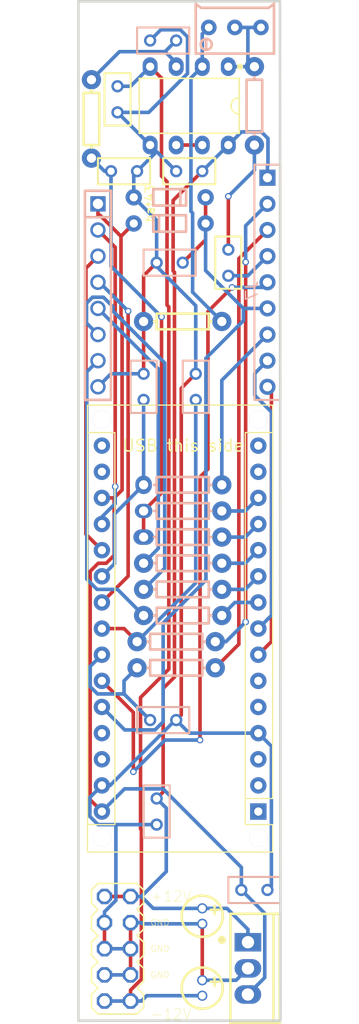
<source format=kicad_pcb>
(kicad_pcb (version 20171130) (host pcbnew "(5.1.5)-3") (page "A4") (layers (0 "F.Cu" signal) (31 "B.Cu" signal) (32 "B.Adhes" user) (33 "F.Adhes" user) (34 "B.Paste" user) (35 "F.Paste" user) (36 "B.SilkS" user) (37 "F.SilkS" user) (38 "B.Mask" user) (39 "F.Mask" user) (40 "Dwgs.User" user) (41 "Cmts.User" user) (42 "Eco1.User" user) (43 "Eco2.User" user) (44 "Edge.Cuts" user) (45 "Margin" user) (46 "B.CrtYd" user) (47 "F.CrtYd" user) (48 "B.Fab" user hide) (49 "F.Fab" user hide)) (net 0 "") (net 1 "+12V") (net 2 "+5V") (net 3 "-12V") (net 4 "C1_1") (net 5 "FRQPOT") (net 6 "FRQ_4") (net 7 "FRQ_5") (net 8 "GND") (net 9 "GVC") (net 10 "J4_3") (net 11 "J5_3") (net 12 "LED1") (net 13 "LED2") (net 14 "LED3") (net 15 "MODECV") (net 16 "OUT") (net 17 "P1CV") (net 18 "P1POT") (net 19 "P1_POT_4") (net 20 "P1_POT_5") (net 21 "P2CV") (net 22 "P2POT") (net 23 "P2_POT_4") (net 24 "P2_POT_5") (net 25 "R14_1") (net 26 "R6_2") (net 27 "R7_1") (net 28 "SW1") (net 29 "SW2") (net 30 "U1_10") (net 31 "U1_11") (net 32 "U1_12") (net 33 "U1_13") (net 34 "U1_21") (net 35 "U1_23") (net 36 "U1_24") (net 37 "U1_9") (net 38 "U2_1") (net 39 "U2_2") (net 40 "U2_6") (net 41 "V_OCT") (net 42 "S$6711") (segment (start -24.765 205.359) (end -22.225 205.359) (width 0.35) (layer "B.Cu") (net 8)) (segment (start -17.78 183.134) (end -17.865 183.134) (width 0.35) (layer "B.Cu") (net 8)) (segment (start -17.865 183.134) (end -24.215 189.484) (width 0.35) (layer "B.Cu") (net 8)) (segment (start -24.215 189.484) (end -25.019 189.484) (width 0.35) (layer "B.Cu") (net 8)) (segment (start -19.685 138.684) (end -19.685 139.052) (width 0.35) (layer "B.Cu") (net 8)) (segment (start -19.685 139.052) (end -15.875 142.862) (width 0.35) (layer "B.Cu") (net 8)) (segment (start -15.875 142.862) (end -15.875 149.479) (width 0.35) (layer "B.Cu") (net 8)) (segment (start -24.765 207.899) (end -22.225 207.899) (width 0.35) (layer "B.Cu") (net 8)) (segment (start -20.32 117.094) (end -19.275 116.049) (width 0.35) (layer "B.Cu") (net 8)) (segment (start -19.275 116.049) (end -17.372 116.049) (width 0.35) (layer "B.Cu") (net 8)) (segment (start -17.372 116.049) (end -16.676 116.745) (width 0.35) (layer "B.Cu") (net 8)) (segment (start -16.676 116.745) (end -16.676 120.302) (width 0.35) (layer "B.Cu") (net 8)) (segment (start -16.676 120.302) (end -20.453 124.079) (width 0.35) (layer "B.Cu") (net 8)) (segment (start -20.453 124.079) (end -23.495 124.079) (width 0.35) (layer "B.Cu") (net 8)) (segment (start -23.654 193.294) (end -25.394 193.294) (width 0.35) (layer "B.Cu") (net 8)) (segment (start -25.394 193.294) (end -26.191 192.497) (width 0.35) (layer "B.Cu") (net 8)) (segment (start -26.191 192.497) (end -26.191 190.656) (width 0.35) (layer "B.Cu") (net 8)) (segment (start -26.191 190.656) (end -25.019 189.484) (width 0.35) (layer "B.Cu") (net 8)) (segment (start -19.685 193.294) (end -23.654 193.294) (width 0.35) (layer "B.Cu") (net 8)) (segment (start -23.654 193.294) (end -23.654 200.653) (width 0.35) (layer "B.Cu") (net 8)) (segment (start -23.654 200.653) (end -24.765 201.764) (width 0.35) (layer "B.Cu") (net 8)) (segment (start -24.765 202.819) (end -24.765 201.764) (width 0.35) (layer "B.Cu") (net 8)) (segment (start -20.955 149.479) (end -24.13 149.479) (width 0.35) (layer "B.Cu") (net 8)) (segment (start -24.13 149.479) (end -25.4 150.749) (width 0.35) (layer "B.Cu") (net 8)) (segment (start -8.89 199.644) (end -8.505 199.259) (width 0.35) (layer "B.Cu") (net 8)) (segment (start -8.505 199.259) (end -8.505 185.678) (width 0.35) (layer "B.Cu") (net 8)) (segment (start -8.505 185.678) (end -9.779 184.404) (width 0.35) (layer "B.Cu") (net 8)) (segment (start -21.915 132.334) (end -19.685 134.564) (width 0.35) (layer "B.Cu") (net 8)) (segment (start -19.685 134.564) (end -19.685 138.684) (width 0.35) (layer "B.Cu") (net 8)) (segment (start -21.59 129.794) (end -21.915 130.119) (width 0.35) (layer "B.Cu") (net 8)) (segment (start -21.915 130.119) (end -21.915 132.334) (width 0.35) (layer "B.Cu") (net 8)) (segment (start -19.685 127.889) (end -21.59 129.794) (width 0.35) (layer "B.Cu") (net 8)) (segment (start -22.225 202.819) (end -21.17 202.819) (width 0.35) (layer "B.Cu") (net 8)) (segment (start -15.24 202.935) (end -21.055 202.935) (width 0.35) (layer "B.Cu") (net 8)) (segment (start -21.055 202.935) (end -21.17 202.819) (width 0.35) (layer "B.Cu") (net 8)) (segment (start -23.495 124.079) (end -20.32 127.254) (width 0.35) (layer "B.Cu") (net 8)) (segment (start -9.779 184.404) (end -16.51 184.404) (width 0.35) (layer "B.Cu") (net 8)) (segment (start -16.51 184.404) (end -17.78 183.134) (width 0.35) (layer "B.Cu") (net 8)) (segment (start -19.685 127.889) (end -20.32 127.254) (width 0.35) (layer "B.Cu") (net 8)) (segment (start -17.78 129.794) (end -19.685 127.889) (width 0.35) (layer "B.Cu") (net 8)) (segment (start -15.24 208.418) (end -11.945 208.418) (width 0.35) (layer "B.Cu") (net 8)) (segment (start -11.945 208.418) (end -10.79 207.264) (width 0.35) (layer "B.Cu") (net 8)) (segment (start -19.685 190.754) (end -18.747 191.692) (width 0.35) (layer "B.Cu") (net 1)) (segment (start -18.747 191.692) (end -18.747 197.856) (width 0.35) (layer "B.Cu") (net 1)) (segment (start -18.747 197.856) (end -21.17 200.279) (width 0.35) (layer "B.Cu") (net 1)) (segment (start -8.89 130.429) (end -8.89 129.291) (width 0.35) (layer "B.Cu") (net 1)) (segment (start -12.7 127.254) (end -11.42 125.974) (width 0.35) (layer "B.Cu") (net 1)) (segment (start -11.42 125.974) (end -9.48 125.974) (width 0.35) (layer "B.Cu") (net 1)) (segment (start -9.48 125.974) (end -8.839 126.615) (width 0.35) (layer "B.Cu") (net 1)) (segment (start -8.839 126.615) (end -8.839 129.24) (width 0.35) (layer "B.Cu") (net 1)) (segment (start -8.839 129.24) (end -8.89 129.291) (width 0.35) (layer "B.Cu") (net 1)) (segment (start -15.24 129.794) (end -12.7 127.254) (width 0.35) (layer "B.Cu") (net 1)) (segment (start -22.225 200.279) (end -21.17 200.279) (width 0.35) (layer "B.Cu") (net 1)) (segment (start -15.24 201.433) (end -20.016 201.433) (width 0.35) (layer "B.Cu") (net 1)) (segment (start -20.016 201.433) (end -21.17 200.279) (width 0.35) (layer "B.Cu") (net 1)) (segment (start -10.79 203.473) (end -12.83 201.433) (width 0.35) (layer "B.Cu") (net 1)) (segment (start -12.83 201.433) (end -15.24 201.433) (width 0.35) (layer "B.Cu") (net 1)) (segment (start -10.79 204.724) (end -10.79 203.473) (width 0.35) (layer "B.Cu") (net 1)) (segment (start -24.765 210.439) (end -22.225 210.439) (width 0.35) (layer "B.Cu") (net 3)) (segment (start -23.495 121.539) (end -22.225 121.539) (width 0.35) (layer "B.Cu") (net 3)) (segment (start -22.225 121.539) (end -20.32 119.634) (width 0.35) (layer "B.Cu") (net 3)) (segment (start -22.225 210.439) (end -21.17 210.439) (width 0.35) (layer "B.Cu") (net 3)) (segment (start -15.24 209.92) (end -20.651 209.92) (width 0.35) (layer "B.Cu") (net 3)) (segment (start -20.651 209.92) (end -21.17 210.439) (width 0.35) (layer "B.Cu") (net 3)) (segment (start -25.019 192.024) (end -22.815 189.82) (width 0.35) (layer "B.Cu") (net 2)) (segment (start -22.815 189.82) (end -19.059 189.82) (width 0.35) (layer "B.Cu") (net 2)) (segment (start -19.059 189.82) (end -11.43 197.449) (width 0.35) (layer "B.Cu") (net 2)) (segment (start -11.43 197.449) (end -11.43 199.644) (width 0.35) (layer "B.Cu") (net 2)) (segment (start -10.8 209.804) (end -9.153 208.157) (width 0.35) (layer "B.Cu") (net 2)) (segment (start -9.153 208.157) (end -9.153 201.921) (width 0.35) (layer "B.Cu") (net 2)) (segment (start -9.153 201.921) (end -11.43 199.644) (width 0.35) (layer "B.Cu") (net 2)) (segment (start -25.4 140.589) (end -25.262 140.589) (width 0.35) (layer "B.Cu") (net 22)) (segment (start -25.262 140.589) (end -22.461 143.39) (width 0.35) (layer "B.Cu") (net 22)) (segment (start -20.955 167.894) (end -19.523 166.462) (width 0.35) (layer "B.Cu") (net 12)) (segment (start -19.523 166.462) (end -19.523 149.006) (width 0.35) (layer "B.Cu") (net 12)) (segment (start -19.523 149.006) (end -25.4 143.129) (width 0.35) (layer "B.Cu") (net 12)) (segment (start -25.4 145.669) (end -26.517 144.552) (width 0.35) (layer "B.Cu") (net 13)) (segment (start -26.517 144.552) (end -26.517 142.63) (width 0.35) (layer "B.Cu") (net 13)) (segment (start -26.517 142.63) (end -25.929 142.042) (width 0.35) (layer "B.Cu") (net 13)) (segment (start -25.929 142.042) (end -24.871 142.042) (width 0.35) (layer "B.Cu") (net 13)) (segment (start -24.871 142.042) (end -23.947 142.966) (width 0.35) (layer "B.Cu") (net 13)) (segment (start -23.947 142.966) (end -23.947 143.378) (width 0.35) (layer "B.Cu") (net 13)) (segment (start -23.947 143.378) (end -18.9 148.425) (width 0.35) (layer "B.Cu") (net 13)) (segment (start -18.9 148.425) (end -18.9 168.379) (width 0.35) (layer "B.Cu") (net 13)) (segment (start -18.9 168.379) (end -20.955 170.434) (width 0.35) (layer "B.Cu") (net 13)) (segment (start -20.955 172.974) (end -23.495 170.434) (width 0.35) (layer "B.Cu") (net 14)) (segment (start -23.495 170.434) (end -25.491 170.434) (width 0.35) (layer "B.Cu") (net 14)) (segment (start -25.491 170.434) (end -26.489 169.436) (width 0.35) (layer "B.Cu") (net 14)) (segment (start -26.489 169.436) (end -26.489 149.298) (width 0.35) (layer "B.Cu") (net 14)) (segment (start -26.489 149.298) (end -25.4 148.209) (width 0.35) (layer "B.Cu") (net 14)) (segment (start -9.779 166.624) (end -11.049 167.894) (width 0.35) (layer "B.Cu") (net 31)) (segment (start -11.049 167.894) (end -13.335 167.894) (width 0.35) (layer "B.Cu") (net 31)) (segment (start -9.779 169.164) (end -11.049 170.434) (width 0.35) (layer "B.Cu") (net 30)) (segment (start -11.049 170.434) (end -13.335 170.434) (width 0.35) (layer "B.Cu") (net 30)) (segment (start -9.779 171.704) (end -12.065 171.704) (width 0.35) (layer "B.Cu") (net 37)) (segment (start -12.065 171.704) (end -13.335 172.974) (width 0.35) (layer "B.Cu") (net 37)) (segment (start -18.865 118.179) (end -17.78 117.094) (width 0.35) (layer "B.Cu") (net 26)) (segment (start -26.035 120.904) (end -23.31 118.179) (width 0.35) (layer "B.Cu") (net 26)) (segment (start -23.31 118.179) (end -18.865 118.179) (width 0.35) (layer "B.Cu") (net 26)) (segment (start -17.78 119.634) (end -17.78 119.263) (width 0.35) (layer "B.Cu") (net 26)) (segment (start -17.78 119.263) (end -18.865 118.179) (width 0.35) (layer "B.Cu") (net 26)) (segment (start -11.233 143.129) (end -8.89 143.129) (width 0.35) (layer "B.Cu") (net 41)) (segment (start -14.915 134.874) (end -14.915 139.447) (width 0.35) (layer "B.Cu") (net 41)) (segment (start -14.915 139.447) (end -11.233 143.129) (width 0.35) (layer "B.Cu") (net 41)) (segment (start -25.019 181.864) (end -22.791 184.092) (width 0.35) (layer "B.Cu") (net 41)) (segment (start -22.791 184.092) (end -19.843 184.092) (width 0.35) (layer "B.Cu") (net 41)) (segment (start -19.843 184.092) (end -19.051 183.299) (width 0.35) (layer "B.Cu") (net 41)) (segment (start -19.051 183.299) (end -19.051 173.7) (width 0.35) (layer "B.Cu") (net 41)) (segment (start -19.051 173.7) (end -14.883 169.532) (width 0.35) (layer "B.Cu") (net 41)) (segment (start -14.883 169.532) (end -14.883 147.969) (width 0.35) (layer "B.Cu") (net 41)) (segment (start -14.883 147.969) (end -11.233 144.319) (width 0.35) (layer "B.Cu") (net 41)) (segment (start -11.233 144.319) (end -11.233 143.129) (width 0.35) (layer "B.Cu") (net 41)) (segment (start -22.86 180.594) (end -20.32 183.134) (width 0.35) (layer "B.Cu") (net 36)) (segment (start -25.019 176.784) (end -26.165 177.93) (width 0.35) (layer "B.Cu") (net 36)) (segment (start -26.165 177.93) (end -26.165 179.873) (width 0.35) (layer "B.Cu") (net 36)) (segment (start -26.165 179.873) (end -25.443 180.594) (width 0.35) (layer "B.Cu") (net 36)) (segment (start -25.443 180.594) (end -22.86 180.594) (width 0.35) (layer "B.Cu") (net 36)) (segment (start -22.86 180.594) (end -22.86 179.324) (width 0.35) (layer "B.Cu") (net 36)) (segment (start -22.86 179.324) (end -21.59 178.054) (width 0.35) (layer "B.Cu") (net 36)) (segment (start -20.955 160.274) (end -20.955 152.019) (width 0.35) (layer "B.Cu") (net 34)) (segment (start -25.019 169.164) (end -23.792 167.937) (width 0.35) (layer "B.Cu") (net 34)) (segment (start -23.792 167.937) (end -23.792 163.111) (width 0.35) (layer "B.Cu") (net 34)) (segment (start -23.792 163.111) (end -20.955 160.274) (width 0.35) (layer "B.Cu") (net 34)) (segment (start -21.59 175.514) (end -15.875 169.799) (width 0.35) (layer "B.Cu") (net 35)) (segment (start -15.875 169.799) (end -15.875 152.019) (width 0.35) (layer "B.Cu") (net 35)) (segment (start -10.16 127.254) (end -10.16 129.698) (width 0.35) (layer "B.Cu") (net 27)) (segment (start -10.16 129.698) (end -12.7 132.238) (width 0.35) (layer "B.Cu") (net 27)) (segment (start -10.795 119.634) (end -10.16 119.634) (width 0.35) (layer "B.Cu") (net 38)) (segment (start -12.7 119.634) (end -10.795 119.634) (width 0.35) (layer "B.Cu") (net 38)) (segment (start -10.795 115.824) (end -10.795 119.634) (width 0.35) (layer "B.Cu") (net 38)) (segment (start -10.795 115.824) (end -12.065 115.824) (width 0.35) (layer "B.Cu") (net 38)) (segment (start -9.525 115.824) (end -10.795 115.824) (width 0.35) (layer "B.Cu") (net 38)) (segment (start -8.89 145.669) (end -13.335 150.114) (width 0.35) (layer "B.Cu") (net 15)) (segment (start -13.335 150.114) (end -13.335 160.274) (width 0.35) (layer "B.Cu") (net 15)) (segment (start -15.24 119.634) (end -15.24 116.459) (width 0.35) (layer "B.Cu") (net 39)) (segment (start -15.24 116.459) (end -14.605 115.824) (width 0.35) (layer "B.Cu") (net 39)) (segment (start -13.335 144.399) (end -16.179 141.555) (width 0.35) (layer "B.Cu") (net 39)) (segment (start -16.179 141.555) (end -16.179 133.865) (width 0.35) (layer "B.Cu") (net 39)) (segment (start -16.179 133.865) (end -16.344 133.7) (width 0.35) (layer "B.Cu") (net 39)) (segment (start -16.344 133.7) (end -16.344 120.738) (width 0.35) (layer "B.Cu") (net 39)) (segment (start -16.344 120.738) (end -15.24 119.634) (width 0.35) (layer "B.Cu") (net 39)) (segment (start -9.779 161.544) (end -11.049 162.814) (width 0.35) (layer "B.Cu") (net 33)) (segment (start -11.049 162.814) (end -13.335 162.814) (width 0.35) (layer "B.Cu") (net 33)) (segment (start -24.13 129.794) (end -24.13 139.03) (width 0.35) (layer "B.Cu") (net 4)) (segment (start -24.13 139.03) (end -19.208 143.951) (width 0.35) (layer "B.Cu") (net 4)) (segment (start -24.13 129.794) (end -24.765 129.794) (width 0.35) (layer "B.Cu") (net 4)) (segment (start -24.765 129.794) (end -26.035 128.524) (width 0.35) (layer "B.Cu") (net 4)) (segment (start -9.779 164.084) (end -11.049 165.354) (width 0.35) (layer "B.Cu") (net 32)) (segment (start -11.049 165.354) (end -13.335 165.354) (width 0.35) (layer "B.Cu") (net 32)) (segment (start -12.7 139.954) (end -10.795 139.954) (width 0.35) (layer "B.Cu") (net 16)) (segment (start -10.795 139.954) (end -8.89 138.049) (width 0.35) (layer "B.Cu") (net 16)) (segment (start -21.954 188.159) (end -18.871 185.076) (width 0.35) (layer "B.Cu") (net 9)) (segment (start -18.871 185.076) (end -15.458 185.076) (width 0.35) (layer "B.Cu") (net 9)) (segment (start -12.339 141.087) (end -9.388 141.087) (width 0.35) (layer "B.Cu") (net 9)) (segment (start -9.388 141.087) (end -8.89 140.589) (width 0.35) (layer "B.Cu") (net 9)) (segment (start -9.779 174.244) (end -8.488 172.953) (width 0.35) (layer "B.Cu") (net 28)) (segment (start -8.488 172.953) (end -8.488 153.211) (width 0.35) (layer "B.Cu") (net 28)) (segment (start -8.488 153.211) (end -10.129 151.57) (width 0.35) (layer "B.Cu") (net 28)) (segment (start -10.129 151.57) (end -10.129 149.448) (width 0.35) (layer "B.Cu") (net 28)) (segment (start -10.129 149.448) (end -8.89 148.209) (width 0.35) (layer "B.Cu") (net 28)) (segment (start -23.723 160.442) (end -23.723 162.1) (width 0.35) (layer "B.Cu") (net 5)) (segment (start -23.723 162.1) (end -25.019 163.396) (width 0.35) (layer "B.Cu") (net 5)) (segment (start -25.019 163.396) (end -25.019 164.084) (width 0.35) (layer "B.Cu") (net 5)) (segment (start -8.89 132.969) (end -11.014 135.093) (width 0.35) (layer "B.Cu") (net 17)) (segment (start -11.014 135.093) (end -11.014 138.621) (width 0.35) (layer "B.Cu") (net 17)) (segment (start -11.014 173.601) (end -12.927 175.514) (width 0.35) (layer "B.Cu") (net 17)) (segment (start -12.927 175.514) (end -13.97 175.514) (width 0.35) (layer "B.Cu") (net 17)) (gr_poly (pts (xy -25.019 202.565) (xy -25.019 203.073) (xy -24.511 203.073) (xy -24.511 202.565)) (layer "Cmts.User") (width 0)) (gr_poly (pts (xy -25.019 200.025) (xy -25.019 200.533) (xy -24.511 200.533) (xy -24.511 200.025)) (layer "Cmts.User") (width 0)) (gr_poly (pts (xy -25.019 205.105) (xy -25.019 205.613) (xy -24.511 205.613) (xy -24.511 205.105)) (layer "Cmts.User") (width 0)) (gr_poly (pts (xy -25.019 210.185) (xy -25.019 210.693) (xy -24.511 210.693) (xy -24.511 210.185)) (layer "Cmts.User") (width 0)) (gr_poly (pts (xy -25.019 207.645) (xy -25.019 208.153) (xy -24.511 208.153) (xy -24.511 207.645)) (layer "Cmts.User") (width 0)) (gr_poly (pts (xy -22.479 200.025) (xy -22.479 200.533) (xy -21.971 200.533) (xy -21.971 200.025)) (layer "Cmts.User") (width 0)) (gr_poly (pts (xy -22.479 202.565) (xy -22.479 203.073) (xy -21.971 203.073) (xy -21.971 202.565)) (layer "Cmts.User") (width 0)) (gr_poly (pts (xy -22.479 205.105) (xy -22.479 205.613) (xy -21.971 205.613) (xy -21.971 205.105)) (layer "Cmts.User") (width 0)) (gr_poly (pts (xy -22.479 207.645) (xy -22.479 208.153) (xy -21.971 208.153) (xy -21.971 207.645)) (layer "Cmts.User") (width 0)) (gr_poly (pts (xy -22.479 210.185) (xy -22.479 210.693) (xy -21.971 210.693) (xy -21.971 210.185)) (layer "Cmts.User") (width 0)) (gr_line (start -7.62 212.344) (end -27.305 212.344) (width 0.254) (layer "Edge.Cuts")) (gr_line (start -27.305 212.344) (end -27.305 113.284) (width 0.254) (layer "Edge.Cuts")) (gr_line (start -7.67 113.284) (end -7.62 212.344) (width 0.254) (layer "Edge.Cuts")) (gr_line (start -26.67 113.284) (end -27.305 113.284) (width 0.25) (layer "Edge.Cuts")) (gr_line (start -26.67 113.284) (end -7.67 113.284) (width 0.254) (layer "Edge.Cuts")) (segment (start -22.225 205.359) (end -22.225 202.819) (width 0.35) (layer "F.Cu") (net 8)) (segment (start -22.225 207.899) (end -22.225 205.359) (width 0.35) (layer "F.Cu") (net 8)) (segment (start -24.765 205.359) (end -24.765 202.819) (width 0.35) (layer "F.Cu") (net 8)) (segment (start -15.875 149.479) (end -17.287 150.891) (width 0.35) (layer "F.Cu") (net 8)) (segment (start -17.287 150.891) (end -17.287 182.641) (width 0.35) (layer "F.Cu") (net 8)) (segment (start -17.287 182.641) (end -17.78 183.134) (width 0.35) (layer "F.Cu") (net 8)) (segment (start -19.685 138.684) (end -20.955 139.954) (width 0.35) (layer "F.Cu") (net 8)) (segment (start -20.955 139.954) (end -20.955 144.399) (width 0.35) (layer "F.Cu") (net 8)) (segment (start -15.24 202.935) (end -15.24 208.418) (width 0.35) (layer "F.Cu") (net 8)) (segment (start -20.955 144.399) (end -20.955 149.479) (width 0.35) (layer "F.Cu") (net 8)) (segment (start -19.685 190.754) (end -19.05 190.119) (width 0.35) (layer "F.Cu") (net 1)) (segment (start -19.05 190.119) (end -19.05 180.06) (width 0.35) (layer "F.Cu") (net 1)) (segment (start -19.05 180.06) (end -17.945 178.955) (width 0.35) (layer "F.Cu") (net 1)) (segment (start -17.945 178.955) (end -17.945 139.624) (width 0.35) (layer "F.Cu") (net 1)) (segment (start -17.945 139.624) (end -18.079 139.49) (width 0.35) (layer "F.Cu") (net 1)) (segment (start -18.079 139.49) (end -18.079 132.633) (width 0.35) (layer "F.Cu") (net 1)) (segment (start -18.079 132.633) (end -15.24 129.794) (width 0.35) (layer "F.Cu") (net 1)) (segment (start -24.765 200.279) (end -22.225 200.279) (width 0.35) (layer "F.Cu") (net 1)) (segment (start -22.225 209.384) (end -21.17 208.33) (width 0.35) (layer "F.Cu") (net 3)) (segment (start -21.17 208.33) (end -21.17 193.8) (width 0.35) (layer "F.Cu") (net 3)) (segment (start -21.17 193.8) (end -21.254 193.717) (width 0.35) (layer "F.Cu") (net 3)) (segment (start -21.254 193.717) (end -21.254 180.943) (width 0.35) (layer "F.Cu") (net 3)) (segment (start -21.254 180.943) (end -18.499 178.188) (width 0.35) (layer "F.Cu") (net 3)) (segment (start -18.499 178.188) (end -18.499 142.978) (width 0.35) (layer "F.Cu") (net 3)) (segment (start -18.499 142.978) (end -18.674 142.803) (width 0.35) (layer "F.Cu") (net 3)) (segment (start -18.674 142.803) (end -18.674 130.805) (width 0.35) (layer "F.Cu") (net 3)) (segment (start -18.674 130.805) (end -19.211 130.268) (width 0.35) (layer "F.Cu") (net 3)) (segment (start -19.211 130.268) (end -19.211 120.743) (width 0.35) (layer "F.Cu") (net 3)) (segment (start -19.211 120.743) (end -20.32 119.634) (width 0.35) (layer "F.Cu") (net 3)) (segment (start -22.225 210.439) (end -22.225 209.384) (width 0.35) (layer "F.Cu") (net 3)) (segment (start -23.158 136.118) (end -23.158 143.958) (width 0.35) (layer "F.Cu") (net 2)) (segment (start -23.158 143.958) (end -23.052 144.064) (width 0.35) (layer "F.Cu") (net 2)) (segment (start -23.052 144.064) (end -23.052 160.772) (width 0.35) (layer "F.Cu") (net 2)) (segment (start -23.052 160.772) (end -23.825 161.544) (width 0.35) (layer "F.Cu") (net 2)) (segment (start -21.915 134.874) (end -23.158 136.118) (width 0.35) (layer "F.Cu") (net 2)) (segment (start -23.158 136.118) (end -25.206 134.07) (width 0.35) (layer "F.Cu") (net 2)) (segment (start -25.206 134.07) (end -25.4 134.07) (width 0.35) (layer "F.Cu") (net 2)) (segment (start -25.019 161.544) (end -23.825 161.544) (width 0.35) (layer "F.Cu") (net 2)) (segment (start -23.825 161.544) (end -23.825 167.122) (width 0.35) (layer "F.Cu") (net 2)) (segment (start -23.825 167.122) (end -24.597 167.894) (width 0.35) (layer "F.Cu") (net 2)) (segment (start -24.597 167.894) (end -25.377 167.894) (width 0.35) (layer "F.Cu") (net 2)) (segment (start -25.377 167.894) (end -26.161 168.678) (width 0.35) (layer "F.Cu") (net 2)) (segment (start -26.161 168.678) (end -26.161 190.882) (width 0.35) (layer "F.Cu") (net 2)) (segment (start -26.161 190.882) (end -25.019 192.024) (width 0.35) (layer "F.Cu") (net 2)) (segment (start -25.4 132.969) (end -25.4 134.07) (width 0.35) (layer "F.Cu") (net 2)) (segment (start -25.4 138.049) (end -26.577 139.226) (width 0.35) (layer "F.Cu") (net 18)) (segment (start -26.577 139.226) (end -26.577 165.066) (width 0.35) (layer "F.Cu") (net 18)) (segment (start -26.577 165.066) (end -25.019 166.624) (width 0.35) (layer "F.Cu") (net 18)) (segment (start -25.019 171.704) (end -22.461 169.146) (width 0.35) (layer "F.Cu") (net 22)) (segment (start -22.461 169.146) (end -22.461 143.39) (width 0.35) (layer "F.Cu") (net 22)) (segment (start -17.145 138.684) (end -14.915 136.454) (width 0.35) (layer "F.Cu") (net 41)) (segment (start -14.915 136.454) (end -14.915 134.874) (width 0.35) (layer "F.Cu") (net 41)) (segment (start -14.915 132.334) (end -14.915 132.334) (width 0.35) (layer "F.Cu") (net 41)) (segment (start -14.915 132.334) (end -14.915 134.874) (width 0.35) (layer "F.Cu") (net 41)) (segment (start -25.019 174.244) (end -22.86 174.244) (width 0.35) (layer "F.Cu") (net 35)) (segment (start -22.86 174.244) (end -21.59 175.514) (width 0.35) (layer "F.Cu") (net 35)) (segment (start -12.7 137.414) (end -12.7 132.238) (width 0.35) (layer "F.Cu") (net 27)) (segment (start -8.89 135.509) (end -11.676 138.295) (width 0.35) (layer "F.Cu") (net 21)) (segment (start -11.676 138.295) (end -11.676 175.76) (width 0.35) (layer "F.Cu") (net 21)) (segment (start -11.676 175.76) (end -13.97 178.054) (width 0.35) (layer "F.Cu") (net 21)) (segment (start -20.955 162.814) (end -19.208 161.067) (width 0.35) (layer "F.Cu") (net 4)) (segment (start -19.208 161.067) (end -19.208 143.951) (width 0.35) (layer "F.Cu") (net 4)) (segment (start -20.955 165.354) (end -20.955 162.814) (width 0.35) (layer "F.Cu") (net 4)) (segment (start -25.019 179.324) (end -21.954 182.389) (width 0.35) (layer "F.Cu") (net 9)) (segment (start -21.954 182.389) (end -21.954 188.159) (width 0.35) (layer "F.Cu") (net 9)) (segment (start -21.954 188.159) (end -21.954 188.159) (width 0.35) (layer "F.Cu") (net 9)) (segment (start -12.339 141.087) (end -14.686 143.435) (width 0.35) (layer "F.Cu") (net 9)) (segment (start -14.686 143.435) (end -14.686 158.742) (width 0.35) (layer "F.Cu") (net 9)) (segment (start -14.686 158.742) (end -15.458 159.514) (width 0.35) (layer "F.Cu") (net 9)) (segment (start -15.458 159.514) (end -15.458 185.076) (width 0.35) (layer "F.Cu") (net 9)) (segment (start -9.779 176.784) (end -8.501 175.506) (width 0.35) (layer "F.Cu") (net 29)) (segment (start -8.501 175.506) (end -8.501 151.138) (width 0.35) (layer "F.Cu") (net 29)) (segment (start -8.501 151.138) (end -8.89 150.749) (width 0.35) (layer "F.Cu") (net 29)) (segment (start -17.78 127.254) (end -15.24 127.254) (width 0.35) (layer "F.Cu") (net 40)) (segment (start -25.4 135.509) (end -23.723 137.186) (width 0.35) (layer "F.Cu") (net 5)) (segment (start -23.723 137.186) (end -23.723 160.442) (width 0.35) (layer "F.Cu") (net 5)) (segment (start -11.014 173.601) (end -11.014 138.621) (width 0.35) (layer "F.Cu") (net 17)) (gr_line (start -20.955 211.074) (end -21.59 211.709) (width 0.152) (layer "F.SilkS")) (gr_line (start -21.59 211.709) (end -25.4 211.709) (width 0.152) (layer "F.SilkS")) (gr_line (start -25.4 211.709) (end -26.035 211.074) (width 0.152) (layer "F.SilkS")) (gr_line (start -26.035 211.074) (end -26.035 209.804) (width 0.152) (layer "F.SilkS")) (gr_line (start -26.035 209.804) (end -25.4 209.169) (width 0.152) (layer "F.SilkS")) (gr_line (start -25.4 209.169) (end -26.035 208.534) (width 0.152) (layer "F.SilkS")) (gr_line (start -26.035 208.534) (end -26.035 207.264) (width 0.152) (layer "F.SilkS")) (gr_line (start -26.035 207.264) (end -25.4 206.629) (width 0.152) (layer "F.SilkS")) (gr_line (start -25.4 206.629) (end -26.035 205.994) (width 0.152) (layer "F.SilkS")) (gr_line (start -26.035 205.994) (end -26.035 204.724) (width 0.152) (layer "F.SilkS")) (gr_line (start -26.035 204.724) (end -25.4 204.089) (width 0.152) (layer "F.SilkS")) (gr_line (start -25.4 204.089) (end -26.035 203.454) (width 0.152) (layer "F.SilkS")) (gr_line (start -26.035 203.454) (end -26.035 202.184) (width 0.152) (layer "F.SilkS")) (gr_line (start -26.035 202.184) (end -25.4 201.549) (width 0.152) (layer "F.SilkS")) (gr_line (start -25.4 201.549) (end -26.035 200.914) (width 0.152) (layer "F.SilkS")) (gr_line (start -26.035 200.914) (end -26.035 199.644) (width 0.152) (layer "F.SilkS")) (gr_line (start -26.035 199.644) (end -25.4 199.009) (width 0.152) (layer "F.SilkS")) (gr_line (start -25.4 199.009) (end -21.59 199.009) (width 0.152) (layer "F.SilkS")) (gr_line (start -21.59 199.009) (end -20.955 199.644) (width 0.152) (layer "F.SilkS")) (gr_line (start -20.955 199.644) (end -20.955 200.914) (width 0.152) (layer "F.SilkS")) (gr_line (start -20.955 200.914) (end -21.59 201.549) (width 0.152) (layer "F.SilkS")) (gr_line (start -21.59 201.549) (end -20.955 202.184) (width 0.152) (layer "F.SilkS")) (gr_line (start -20.955 202.184) (end -20.955 203.454) (width 0.152) (layer "F.SilkS")) (gr_line (start -20.955 203.454) (end -21.59 204.089) (width 0.152) (layer "F.SilkS")) (gr_line (start -21.59 204.089) (end -20.955 204.724) (width 0.152) (layer "F.SilkS")) (gr_line (start -20.955 204.724) (end -20.955 205.994) (width 0.152) (layer "F.SilkS")) (gr_line (start -20.955 205.994) (end -21.59 206.629) (width 0.152) (layer "F.SilkS")) (gr_line (start -21.59 206.629) (end -20.955 207.264) (width 0.152) (layer "F.SilkS")) (gr_line (start -20.955 207.264) (end -20.955 208.534) (width 0.152) (layer "F.SilkS")) (gr_line (start -20.955 208.534) (end -21.59 209.169) (width 0.152) (layer "F.SilkS")) (gr_line (start -21.59 209.169) (end -20.955 209.804) (width 0.152) (layer "F.SilkS")) (gr_line (start -20.955 209.804) (end -20.955 211.074) (width 0.152) (layer "F.SilkS")) (gr_text "+12V" (at -20.32 200.279 0) (layer "F.SilkS") (effects (font (size 1 1) (thickness 0.049)) (justify left))) (gr_text "GND" (at -20.32 202.819 0) (layer "F.SilkS") (effects (font (size 0.61 0.61) (thickness 0.049)) (justify left))) (gr_text "GND" (at -20.32 205.359 0) (layer "F.SilkS") (effects (font (size 0.61 0.61) (thickness 0.049)) (justify left))) (gr_text "GND" (at -20.32 207.899 0) (layer "F.SilkS") (effects (font (size 0.61 0.61) (thickness 0.049)) (justify left))) (gr_text "-12V" (at -20.32 211.709 0) (layer "F.SilkS") (effects (font (size 1 1) (thickness 0.049)) (justify left))) (gr_text bat43 (at -20.32 134.874 90) (layer "F.SilkS") (effects (font (size 0.85 0.85) (thickness 0.152)) (justify left))) (gr_text "USB this side" (at -23.114 156.464 0) (layer "F.SilkS") (effects (font (size 1.143 1.143) (thickness 0.152)) (justify left))) (module "easyeda:HDR-TH_8P-P2.54-V-M" (layer "F.Cu") (at -25.4 141.859 90) (fp_text value "Header-Male-2.54_1x8" (at 0 -3.302 90) (layer "B.Fab") hide (effects (font (size 1.143 1.143) (thickness 0.152)) (justify left mirror))) (fp_text reference "H1" (at 0 -1.524 90) (layer "B.SilkS") hide (effects (font (size 1.143 1.143) (thickness 0.152)) (justify left mirror))) (fp_line (start -10.16 -1.27) (end -10.16 1.27) (width 0.254) (layer "B.SilkS")) (fp_line (start -10.16 1.27) (end 10.16 1.27) (width 0.254) (layer "B.SilkS")) (fp_line (start 10.16 1.27) (end 10.16 -1.27) (width 0.254) (layer "B.SilkS")) (fp_line (start 10.16 -1.27) (end -10.16 -1.27) (width 0.254) (layer "B.SilkS")) (fp_line (start 7.596 -1.27) (end 7.596 1.27) (width 0.254) (layer "B.SilkS")) (pad 1 thru_hole rect (at 8.89 0 90) (size 1.5 1.5) (layers "*.Cu" "*.Paste" "*.Mask") (drill 1) (net 2 "+5V")) (pad 2 thru_hole circle (at 6.35 0 90) (size 1.5 1.5) (layers "*.Cu" "*.Paste" "*.Mask") (drill 1) (net 5 "FRQPOT")) (pad 3 thru_hole circle (at 3.81 0 90) (size 1.5 1.5) (layers "*.Cu" "*.Paste" "*.Mask") (drill 1) (net 18 "P1POT")) (pad 4 thru_hole circle (at 1.27 0 90) (size 1.5 1.5) (layers "*.Cu" "*.Paste" "*.Mask") (drill 1) (net 22 "P2POT")) (pad 5 thru_hole circle (at -1.27 0 90) (size 1.5 1.5) (layers "*.Cu" "*.Paste" "*.Mask") (drill 1) (net 12 "LED1")) (pad 6 thru_hole circle (at -3.81 0 90) (size 1.5 1.5) (layers "*.Cu" "*.Paste" "*.Mask") (drill 1) (net 13 "LED2")) (pad 7 thru_hole circle (at -6.35 0 90) (size 1.5 1.5) (layers "*.Cu" "*.Paste" "*.Mask") (drill 1) (net 14 "LED3")) (pad 8 thru_hole circle (at -8.89 0 90) (size 1.5 1.5) (layers "*.Cu" "*.Paste" "*.Mask") (drill 1) (net 8 "GND")) (fp_text user ggee8ef8226940b11a6 (at 0 0) (layer "Cmts.User") (effects (font (size 1 1) (thickness 0.15))))) (module "easyeda:R_AXIAL-0.3" (layer "F.Cu") (at -17.145 167.894) (fp_text value "4k7" (at 0.635 0.635 0) (layer "B.Fab") (effects (font (size 0.9 0.9) (thickness 0.152)) (justify left mirror))) (fp_text reference "R3" (at 0 -1.27 0) (layer "B.SilkS") hide (effects (font (size 1.143 1.143) (thickness 0.152)) (justify left mirror))) (fp_line (start 2.54 0) (end 2.794 0) (width 0.254) (layer "B.SilkS")) (fp_line (start -2.54 0) (end -2.794 0) (width 0.254) (layer "B.SilkS")) (fp_line (start 2.54 0) (end 2.54 -0.762) (width 0.254) (layer "B.SilkS")) (fp_line (start 2.54 0.762) (end 2.54 0) (width 0.254) (layer "B.SilkS")) (fp_line (start -2.54 0.762) (end 2.54 0.762) (width 0.254) (layer "B.SilkS")) (fp_line (start -2.54 0) (end -2.54 0.762) (width 0.254) (layer "B.SilkS")) (fp_line (start -2.54 -0.762) (end -2.54 0) (width 0.254) (layer "B.SilkS")) (fp_line (start 2.54 -0.762) (end -2.54 -0.762) (width 0.254) (layer "B.SilkS")) (pad 1 thru_hole circle (at 3.81 0 0) (size 1.88 1.88) (layers "*.Cu" "*.Paste" "*.Mask") (drill 0.899) (net 31 "U1_11")) (pad 2 thru_hole circle (at -3.81 0 0) (size 1.88 1.88) (layers "*.Cu" "*.Paste" "*.Mask") (drill 0.899) (net 12 "LED1")) (fp_text user gge89ed34d6f1c6b404 (at 0 0) (layer "Cmts.User") (effects (font (size 1 1) (thickness 0.15))))) (module "easyeda:R_AXIAL-0.3" (layer "F.Cu") (at -17.145 170.434) (fp_text value "4k7" (at 0.61 0.498 0) (layer "B.Fab") (effects (font (size 0.85 0.85) (thickness 0.152)) (justify left mirror))) (fp_text reference "R4" (at 0 -1.27 0) (layer "B.SilkS") hide (effects (font (size 1.143 1.143) (thickness 0.152)) (justify left mirror))) (fp_line (start 2.54 0) (end 2.794 0) (width 0.254) (layer "B.SilkS")) (fp_line (start -2.54 0) (end -2.794 0) (width 0.254) (layer "B.SilkS")) (fp_line (start 2.54 0) (end 2.54 -0.762) (width 0.254) (layer "B.SilkS")) (fp_line (start 2.54 0.762) (end 2.54 0) (width 0.254) (layer "B.SilkS")) (fp_line (start -2.54 0.762) (end 2.54 0.762) (width 0.254) (layer "B.SilkS")) (fp_line (start -2.54 0) (end -2.54 0.762) (width 0.254) (layer "B.SilkS")) (fp_line (start -2.54 -0.762) (end -2.54 0) (width 0.254) (layer "B.SilkS")) (fp_line (start 2.54 -0.762) (end -2.54 -0.762) (width 0.254) (layer "B.SilkS")) (pad 1 thru_hole circle (at 3.81 0 0) (size 1.88 1.88) (layers "*.Cu" "*.Paste" "*.Mask") (drill 0.899) (net 30 "U1_10")) (pad 2 thru_hole circle (at -3.81 0 0) (size 1.88 1.88) (layers "*.Cu" "*.Paste" "*.Mask") (drill 0.899) (net 13 "LED2")) (fp_text user ggebe49107aacfa1250 (at 0 0) (layer "Cmts.User") (effects (font (size 1 1) (thickness 0.15))))) (module "easyeda:R_AXIAL-0.3" (layer "F.Cu") (at -17.145 172.974) (fp_text value "4k7" (at 0.61 0.498 0) (layer "B.Fab") (effects (font (size 0.85 0.85) (thickness 0.152)) (justify left mirror))) (fp_text reference "R5" (at 0 -1.27 0) (layer "B.SilkS") hide (effects (font (size 1.143 1.143) (thickness 0.152)) (justify left mirror))) (fp_line (start 2.54 0) (end 2.794 0) (width 0.254) (layer "B.SilkS")) (fp_line (start -2.54 0) (end -2.794 0) (width 0.254) (layer "B.SilkS")) (fp_line (start 2.54 0) (end 2.54 -0.762) (width 0.254) (layer "B.SilkS")) (fp_line (start 2.54 0.762) (end 2.54 0) (width 0.254) (layer "B.SilkS")) (fp_line (start -2.54 0.762) (end 2.54 0.762) (width 0.254) (layer "B.SilkS")) (fp_line (start -2.54 0) (end -2.54 0.762) (width 0.254) (layer "B.SilkS")) (fp_line (start -2.54 -0.762) (end -2.54 0) (width 0.254) (layer "B.SilkS")) (fp_line (start 2.54 -0.762) (end -2.54 -0.762) (width 0.254) (layer "B.SilkS")) (pad 1 thru_hole circle (at 3.81 0 0) (size 1.88 1.88) (layers "*.Cu" "*.Paste" "*.Mask") (drill 0.899) (net 37 "U1_9")) (pad 2 thru_hole circle (at -3.81 0 0) (size 1.88 1.88) (layers "*.Cu" "*.Paste" "*.Mask") (drill 0.899) (net 14 "LED3")) (fp_text user ggee60c4f788b8099b3 (at 0 0) (layer "Cmts.User") (effects (font (size 1 1) (thickness 0.15))))) (module "easyeda:RAD-0.1" (layer "F.Cu") (at -19.05 117.094) (fp_text value "10n" (at 1.905 -1.905 0) (layer "B.Fab") (effects (font (size 0.85 0.85) (thickness 0.152)) (justify left mirror))) (fp_text reference "C2" (at 0.229 -1.854 0) (layer "B.SilkS") hide (effects (font (size 1.143 1.143) (thickness 0.152)) (justify left mirror))) (fp_line (start -2.537 -1.267) (end 2.543 -1.267) (width 0.201) (layer "B.SilkS")) (fp_line (start 2.543 -1.267) (end 2.543 1.273) (width 0.201) (layer "B.SilkS")) (fp_line (start 2.543 1.273) (end -2.537 1.273) (width 0.201) (layer "B.SilkS")) (fp_line (start -2.537 1.273) (end -2.537 -1.267) (width 0.201) (layer "B.SilkS")) (pad 1 thru_hole circle (at 1.27 0 0) (size 1.194 1.194) (layers "*.Cu" "*.Paste" "*.Mask") (drill 0.711) (net 26 "R6_2")) (pad 2 thru_hole circle (at -1.27 0 0) (size 1.194 1.194) (layers "*.Cu" "*.Paste" "*.Mask") (drill 0.711) (net 8 "GND")) (fp_text user ggebefc13a5f41212c9 (at 0 0) (layer "Cmts.User") (effects (font (size 1 1) (thickness 0.15))))) (module "easyeda:RAD-0.1" (layer "F.Cu") (at -18.415 138.684 180) (fp_text value "100n" (at -1.27 -2.54 0) (layer "B.Fab") (effects (font (size 0.85 0.85) (thickness 0.152)) (justify left mirror))) (fp_text reference "C13" (at 0.229 -1.854 180) (layer "B.SilkS") hide (effects (font (size 1.143 1.143) (thickness 0.152)) (justify left mirror))) (fp_line (start -2.537 -1.267) (end 2.543 -1.267) (width 0.201) (layer "B.SilkS")) (fp_line (start 2.543 -1.267) (end 2.543 1.273) (width 0.201) (layer "B.SilkS")) (fp_line (start 2.543 1.273) (end -2.537 1.273) (width 0.201) (layer "B.SilkS")) (fp_line (start -2.537 1.273) (end -2.537 -1.267) (width 0.201) (layer "B.SilkS")) (pad 1 thru_hole circle (at 1.27 0 180) (size 1.194 1.194) (layers "*.Cu" "*.Paste" "*.Mask") (drill 0.711) (net 8 "GND")) (pad 2 thru_hole circle (at -1.27 0 180) (size 1.194 1.194) (layers "*.Cu" "*.Paste" "*.Mask") (drill 0.711) (net 41 "V_OCT")) (fp_text user gge513cc536aa893874 (at 0 0) (layer "Cmts.User") (effects (font (size 1 1) (thickness 0.15))))) (module "easyeda:RAD-0.1" (layer "F.Cu") (at -19.05 183.134) (fp_text value "4.7n" (at 1.27 2.54 0) (layer "B.Fab") (effects (font (size 0.85 0.85) (thickness 0.152)) (justify left mirror))) (fp_text reference "C10" (at 0.229 -1.854 0) (layer "B.SilkS") hide (effects (font (size 1.143 1.143) (thickness 0.152)) (justify left mirror))) (fp_line (start -2.537 -1.267) (end 2.543 -1.267) (width 0.201) (layer "B.SilkS")) (fp_line (start 2.543 -1.267) (end 2.543 1.273) (width 0.201) (layer "B.SilkS")) (fp_line (start 2.543 1.273) (end -2.537 1.273) (width 0.201) (layer "B.SilkS")) (fp_line (start -2.537 1.273) (end -2.537 -1.267) (width 0.201) (layer "B.SilkS")) (pad 1 thru_hole circle (at 1.27 0 0) (size 1.194 1.194) (layers "*.Cu" "*.Paste" "*.Mask") (drill 0.711) (net 8 "GND")) (pad 2 thru_hole circle (at -1.27 0 0) (size 1.194 1.194) (layers "*.Cu" "*.Paste" "*.Mask") (drill 0.711) (net 36 "U1_24")) (fp_text user gge37e7242473246778 (at 0 0) (layer "Cmts.User") (effects (font (size 1 1) (thickness 0.15))))) (module "easyeda:RAD-0.1" (layer "F.Cu") (at -20.955 150.749 90) (fp_text value "4.7n" (at 1.27 2.54 90) (layer "B.Fab") (effects (font (size 0.85 0.85) (thickness 0.152)) (justify left mirror))) (fp_text reference "C11" (at 0.229 -1.854 90) (layer "B.SilkS") hide (effects (font (size 1.143 1.143) (thickness 0.152)) (justify left mirror))) (fp_line (start -2.537 -1.267) (end 2.543 -1.267) (width 0.201) (layer "B.SilkS")) (fp_line (start 2.543 -1.267) (end 2.543 1.273) (width 0.201) (layer "B.SilkS")) (fp_line (start 2.543 1.273) (end -2.537 1.273) (width 0.201) (layer "B.SilkS")) (fp_line (start -2.537 1.273) (end -2.537 -1.267) (width 0.201) (layer "B.SilkS")) (pad 1 thru_hole circle (at 1.27 0 90) (size 1.194 1.194) (layers "*.Cu" "*.Paste" "*.Mask") (drill 0.711) (net 8 "GND")) (pad 2 thru_hole circle (at -1.27 0 90) (size 1.194 1.194) (layers "*.Cu" "*.Paste" "*.Mask") (drill 0.711) (net 34 "U1_21")) (fp_text user gge5810cdef75dd723d (at 0 0) (layer "Cmts.User") (effects (font (size 1 1) (thickness 0.15))))) (module "easyeda:RAD-0.1" (layer "F.Cu") (at -15.875 150.749 90) (fp_text value "4.7n" (at 2.54 1.27 0) (layer "B.Fab") (effects (font (size 0.85 0.85) (thickness 0.152)) (justify left mirror))) (fp_text reference "C12" (at 0.229 -1.854 90) (layer "B.SilkS") hide (effects (font (size 1.143 1.143) (thickness 0.152)) (justify left mirror))) (fp_line (start -2.537 -1.267) (end 2.543 -1.267) (width 0.201) (layer "B.SilkS")) (fp_line (start 2.543 -1.267) (end 2.543 1.273) (width 0.201) (layer "B.SilkS")) (fp_line (start 2.543 1.273) (end -2.537 1.273) (width 0.201) (layer "B.SilkS")) (fp_line (start -2.537 1.273) (end -2.537 -1.267) (width 0.201) (layer "B.SilkS")) (pad 1 thru_hole circle (at 1.27 0 90) (size 1.194 1.194) (layers "*.Cu" "*.Paste" "*.Mask") (drill 0.711) (net 8 "GND")) (pad 2 thru_hole circle (at -1.27 0 90) (size 1.194 1.194) (layers "*.Cu" "*.Paste" "*.Mask") (drill 0.711) (net 35 "U1_23")) (fp_text user gge1c4d31451c077f30 (at 0 0) (layer "Cmts.User") (effects (font (size 1 1) (thickness 0.15))))) (module "easyeda:R_AXIAL-0.3" (layer "F.Cu") (at -10.16 123.444 -90) (fp_text value "220" (at -0.863 -0.269 90) (layer "B.Fab") (effects (font (size 0.85 0.85) (thickness 0.152)) (justify left mirror))) (fp_text reference "R7" (at 0 -1.27 -90) (layer "B.SilkS") hide (effects (font (size 1.143 1.143) (thickness 0.152)) (justify left mirror))) (fp_line (start 2.54 0) (end 2.794 0) (width 0.254) (layer "B.SilkS")) (fp_line (start -2.54 0) (end -2.794 0) (width 0.254) (layer "B.SilkS")) (fp_line (start 2.54 0) (end 2.54 -0.762) (width 0.254) (layer "B.SilkS")) (fp_line (start 2.54 0.762) (end 2.54 0) (width 0.254) (layer "B.SilkS")) (fp_line (start -2.54 0.762) (end 2.54 0.762) (width 0.254) (layer "B.SilkS")) (fp_line (start -2.54 0) (end -2.54 0.762) (width 0.254) (layer "B.SilkS")) (fp_line (start -2.54 -0.762) (end -2.54 0) (width 0.254) (layer "B.SilkS")) (fp_line (start 2.54 -0.762) (end -2.54 -0.762) (width 0.254) (layer "B.SilkS")) (pad 1 thru_hole circle (at 3.81 0 -90) (size 1.88 1.88) (layers "*.Cu" "*.Paste" "*.Mask") (drill 0.899) (net 27 "R7_1")) (pad 2 thru_hole circle (at -3.81 0 -90) (size 1.88 1.88) (layers "*.Cu" "*.Paste" "*.Mask") (drill 0.899) (net 38 "U2_1")) (fp_text user gge9fcfe9f53f879394 (at 0 0) (layer "Cmts.User") (effects (font (size 1 1) (thickness 0.15))))) (module "easyeda:R_AXIAL-0.3" (layer "F.Cu") (at -17.78 178.054 180) (fp_text value "22k" (at -1.407 -0.406 0) (layer "B.Fab") (effects (font (size 0.85 0.85) (thickness 0.152)) (justify left mirror))) (fp_text reference "R9" (at 0 -1.27 180) (layer "B.SilkS") hide (effects (font (size 1.143 1.143) (thickness 0.152)) (justify left mirror))) (fp_line (start 2.54 0) (end 2.794 0) (width 0.254) (layer "B.SilkS")) (fp_line (start -2.54 0) (end -2.794 0) (width 0.254) (layer "B.SilkS")) (fp_line (start 2.54 0) (end 2.54 -0.762) (width 0.254) (layer "B.SilkS")) (fp_line (start 2.54 0.762) (end 2.54 0) (width 0.254) (layer "B.SilkS")) (fp_line (start -2.54 0.762) (end 2.54 0.762) (width 0.254) (layer "B.SilkS")) (fp_line (start -2.54 0) (end -2.54 0.762) (width 0.254) (layer "B.SilkS")) (fp_line (start -2.54 -0.762) (end -2.54 0) (width 0.254) (layer "B.SilkS")) (fp_line (start 2.54 -0.762) (end -2.54 -0.762) (width 0.254) (layer "B.SilkS")) (pad 1 thru_hole circle (at 3.81 0 180) (size 1.88 1.88) (layers "*.Cu" "*.Paste" "*.Mask") (drill 0.899) (net 36 "U1_24")) (pad 2 thru_hole circle (at -3.81 0 180) (size 1.88 1.88) (layers "*.Cu" "*.Paste" "*.Mask") (drill 0.899) (net 21 "P2CV")) (fp_text user gge5bbd05006c993f89 (at 0 0) (layer "Cmts.User") (effects (font (size 1 1) (thickness 0.15))))) (module "easyeda:R_AXIAL-0.3" (layer "F.Cu") (at -17.145 160.274 180) (fp_text value "22k" (at -1.407 -0.406 0) (layer "B.Fab") (effects (font (size 0.85 0.85) (thickness 0.152)) (justify left mirror))) (fp_text reference "R10" (at 0 -1.27 180) (layer "B.SilkS") hide (effects (font (size 1.143 1.143) (thickness 0.152)) (justify left mirror))) (fp_line (start 2.54 0) (end 2.794 0) (width 0.254) (layer "B.SilkS")) (fp_line (start -2.54 0) (end -2.794 0) (width 0.254) (layer "B.SilkS")) (fp_line (start 2.54 0) (end 2.54 -0.762) (width 0.254) (layer "B.SilkS")) (fp_line (start 2.54 0.762) (end 2.54 0) (width 0.254) (layer "B.SilkS")) (fp_line (start -2.54 0.762) (end 2.54 0.762) (width 0.254) (layer "B.SilkS")) (fp_line (start -2.54 0) (end -2.54 0.762) (width 0.254) (layer "B.SilkS")) (fp_line (start -2.54 -0.762) (end -2.54 0) (width 0.254) (layer "B.SilkS")) (fp_line (start 2.54 -0.762) (end -2.54 -0.762) (width 0.254) (layer "B.SilkS")) (pad 1 thru_hole oval (at 3.81 0 180) (size 1.6 1.8) (layers "*.Cu" "*.Paste" "*.Mask") (drill 0.899) (net 34 "U1_21")) (pad 2 thru_hole circle (at -3.81 0 180) (size 1.88 1.88) (layers "*.Cu" "*.Paste" "*.Mask") (drill 0.899) (net 15 "MODECV")) (fp_text user ggee6ad1d849ceb5c6a (at 0 0) (layer "Cmts.User") (effects (font (size 1 1) (thickness 0.15))))) (module "easyeda:R_AXIAL-0.3" (layer "F.Cu") (at -17.78 175.514 180) (fp_text value "22k" (at -1.27 -0.635 0) (layer "B.Fab") (effects (font (size 0.85 0.85) (thickness 0.152)) (justify left mirror))) (fp_text reference "R11" (at 0 -1.27 180) (layer "B.SilkS") hide (effects (font (size 1.143 1.143) (thickness 0.152)) (justify left mirror))) (fp_line (start 2.54 0) (end 2.794 0) (width 0.254) (layer "B.SilkS")) (fp_line (start -2.54 0) (end -2.794 0) (width 0.254) (layer "B.SilkS")) (fp_line (start 2.54 0) (end 2.54 -0.762) (width 0.254) (layer "B.SilkS")) (fp_line (start 2.54 0.762) (end 2.54 0) (width 0.254) (layer "B.SilkS")) (fp_line (start -2.54 0.762) (end 2.54 0.762) (width 0.254) (layer "B.SilkS")) (fp_line (start -2.54 0) (end -2.54 0.762) (width 0.254) (layer "B.SilkS")) (fp_line (start -2.54 -0.762) (end -2.54 0) (width 0.254) (layer "B.SilkS")) (fp_line (start 2.54 -0.762) (end -2.54 -0.762) (width 0.254) (layer "B.SilkS")) (pad 1 thru_hole circle (at 3.81 0 180) (size 1.88 1.88) (layers "*.Cu" "*.Paste" "*.Mask") (drill 0.899) (net 35 "U1_23")) (pad 2 thru_hole circle (at -3.81 0 180) (size 1.88 1.88) (layers "*.Cu" "*.Paste" "*.Mask") (drill 0.899) (net 17 "P1CV")) (fp_text user ggec2c22c9d8c262d37 (at 0 0) (layer "Cmts.User") (effects (font (size 1 1) (thickness 0.15))))) (module "easyeda:TRIMPOT" (layer "F.Cu") (at -12.065 115.824 90) (fp_text value "100k" (at -2.54 3.175 0) (layer "B.Fab") (effects (font (size 1.143 1.143) (thickness 0.152)) (justify left mirror))) (fp_text reference "GAIN" (at -0.127 -4.064 90) (layer "B.SilkS") hide (effects (font (size 1.143 1.143) (thickness 0.152)) (justify left mirror))) (fp_arc (start -1.651 -2.789) (end -2.189 -2.794) (angle 358.92) (width 0.254) (layer "B.SilkS")) (fp_line (start -1.27 -2.794) (end -1.651 -2.794) (width 0.254) (layer "B.SilkS")) (fp_line (start -1.651 -2.794) (end -2.032 -2.794) (width 0.254) (layer "B.SilkS")) (fp_line (start -2.032 -2.794) (end -1.651 -2.794) (width 0.254) (layer "B.SilkS")) (fp_line (start -2.54 -3.81) (end -2.54 3.81) (width 0.254) (layer "B.SilkS")) (fp_line (start -2.54 3.81) (end 2.286 3.81) (width 0.254) (layer "B.SilkS")) (fp_line (start 2.286 3.81) (end 1.905 3.302) (width 0.254) (layer "B.SilkS")) (fp_line (start 1.905 3.302) (end 1.905 -3.302) (width 0.254) (layer "B.SilkS")) (fp_line (start 1.905 -3.302) (end 2.286 -3.81) (width 0.254) (layer "B.SilkS")) (fp_line (start 2.286 -3.81) (end 2.032 -3.81) (width 0.254) (layer "B.SilkS")) (fp_line (start 2.032 -3.81) (end -2.54 -3.81) (width 0.254) (layer "B.SilkS")) (pad 2 thru_hole circle (at 0 0 180) (size 1.524 1.524) (layers "*.Cu" "*.Paste" "*.Mask") (drill 0.762) (net 38 "U2_1")) (pad 1 thru_hole circle (at 0 -2.54 180) (size 1.524 1.524) (layers "*.Cu" "*.Paste" "*.Mask") (drill 0.762) (net 39 "U2_2")) (pad 3 thru_hole circle (at 0 2.54 180) (size 1.524 1.524) (layers "*.Cu" "*.Paste" "*.Mask") (drill 0.762) (net 38 "U2_1")) (fp_text user gged62f143638012bf0 (at 0 0) (layer "Cmts.User") (effects (font (size 1 1) (thickness 0.15))))) (module "easyeda:R_AXIAL-0.3" (layer "F.Cu") (at -17.145 162.814) (fp_text value "499k 0.5%" (at 2.54 0.635 0) (layer "B.Fab") (effects (font (size 0.7 0.7) (thickness 0.152)) (justify left mirror))) (fp_text reference "R1" (at 0 -1.27 0) (layer "B.SilkS") hide (effects (font (size 1.143 1.143) (thickness 0.152)) (justify left mirror))) (fp_line (start 2.54 0) (end 2.794 0) (width 0.254) (layer "B.SilkS")) (fp_line (start -2.54 0) (end -2.794 0) (width 0.254) (layer "B.SilkS")) (fp_line (start 2.54 0) (end 2.54 -0.762) (width 0.254) (layer "B.SilkS")) (fp_line (start 2.54 0.762) (end 2.54 0) (width 0.254) (layer "B.SilkS")) (fp_line (start -2.54 0.762) (end 2.54 0.762) (width 0.254) (layer "B.SilkS")) (fp_line (start -2.54 0) (end -2.54 0.762) (width 0.254) (layer "B.SilkS")) (fp_line (start -2.54 -0.762) (end -2.54 0) (width 0.254) (layer "B.SilkS")) (fp_line (start 2.54 -0.762) (end -2.54 -0.762) (width 0.254) (layer "B.SilkS")) (pad 1 thru_hole circle (at 3.81 0 0) (size 1.88 1.88) (layers "*.Cu" "*.Paste" "*.Mask") (drill 0.899) (net 33 "U1_13")) (pad 2 thru_hole oval (at -3.81 0 0) (size 1.7 1.4) (layers "*.Cu" "*.Paste" "*.Mask") (drill 0.899) (net 4 "C1_1")) (fp_text user gge769da0d7f123a658 (at 0 0) (layer "Cmts.User") (effects (font (size 1 1) (thickness 0.15))))) (module "easyeda:R_AXIAL-0.3" (layer "F.Cu") (at -17.145 165.354) (fp_text value "3.9k 0.5%" (at 2.159 0.635 0) (layer "B.Fab") (effects (font (size 0.7 0.7) (thickness 0.152)) (justify left mirror))) (fp_text reference "R2" (at 0 -1.27 0) (layer "B.SilkS") hide (effects (font (size 1.143 1.143) (thickness 0.152)) (justify left mirror))) (fp_line (start 2.54 0) (end 2.794 0) (width 0.254) (layer "B.SilkS")) (fp_line (start -2.54 0) (end -2.794 0) (width 0.254) (layer "B.SilkS")) (fp_line (start 2.54 0) (end 2.54 -0.762) (width 0.254) (layer "B.SilkS")) (fp_line (start 2.54 0.762) (end 2.54 0) (width 0.254) (layer "B.SilkS")) (fp_line (start -2.54 0.762) (end 2.54 0.762) (width 0.254) (layer "B.SilkS")) (fp_line (start -2.54 0) (end -2.54 0.762) (width 0.254) (layer "B.SilkS")) (fp_line (start -2.54 -0.762) (end -2.54 0) (width 0.254) (layer "B.SilkS")) (fp_line (start 2.54 -0.762) (end -2.54 -0.762) (width 0.254) (layer "B.SilkS")) (pad 1 thru_hole circle (at 3.81 0 0) (size 1.88 1.88) (layers "*.Cu" "*.Paste" "*.Mask") (drill 0.899) (net 32 "U1_12")) (pad 2 thru_hole oval (at -3.81 0 0) (size 2 1.5) (layers "*.Cu" "*.Paste" "*.Mask") (drill 0.899) (net 4 "C1_1")) (fp_text user ggefcfc138733c3f27b (at 0 0) (layer "Cmts.User") (effects (font (size 1 1) (thickness 0.15))))) (module "easyeda:HDR-M-2.54_1X9" (layer "F.Cu") (at -8.89 140.589 90) (fp_text value "HDR-M-2.54_1x9" (at -13.868 -4.153 -90) (layer "B.Fab") hide (effects (font (size 1.143 1.143) (thickness 0.152)) (justify left mirror))) (fp_text reference "J7" (at 0.254 -1.524 90) (layer "B.SilkS") (effects (font (size 1.143 1.143) (thickness 0.152)) (justify left mirror))) (fp_line (start -8.89 -1.27) (end 9.525 -1.27) (width 0.203) (layer "B.SilkS")) (fp_line (start -8.89 -1.27) (end -11.43 -1.27) (width 0.203) (layer "B.SilkS")) (fp_line (start -11.43 -1.27) (end -11.43 1.27) (width 0.203) (layer "B.SilkS")) (fp_line (start -11.43 1.27) (end 11.43 1.27) (width 0.203) (layer "B.SilkS")) (fp_line (start 11.43 1.27) (end 11.43 -1.27) (width 0.203) (layer "B.SilkS")) (fp_line (start 11.43 -1.27) (end 9.525 -1.27) (width 0.203) (layer "B.SilkS")) (pad 1 thru_hole rect (at 10.16 0 90) (size 1.575 1.575) (layers "*.Cu" "*.Paste" "*.Mask") (drill 0.889) (net 1 "+12V")) (pad 2 thru_hole circle (at 7.62 0 90) (size 1.575 1.575) (layers "*.Cu" "*.Paste" "*.Mask") (drill 0.889) (net 17 "P1CV")) (pad 3 thru_hole circle (at 5.08 0 90) (size 1.575 1.575) (layers "*.Cu" "*.Paste" "*.Mask") (drill 0.889) (net 21 "P2CV")) (pad 4 thru_hole circle (at 2.54 0 90) (size 1.575 1.575) (layers "*.Cu" "*.Paste" "*.Mask") (drill 0.889) (net 16 "OUT")) (pad 5 thru_hole circle (at 0 0 90) (size 1.575 1.575) (layers "*.Cu" "*.Paste" "*.Mask") (drill 0.889) (net 9 "GVC")) (pad 6 thru_hole circle (at -2.54 0 90) (size 1.575 1.575) (layers "*.Cu" "*.Paste" "*.Mask") (drill 0.889) (net 41 "V_OCT")) (pad 7 thru_hole circle (at -5.08 0 90) (size 1.575 1.575) (layers "*.Cu" "*.Paste" "*.Mask") (drill 0.889) (net 15 "MODECV")) (pad 8 thru_hole circle (at -7.62 0 90) (size 1.575 1.575) (layers "*.Cu" "*.Paste" "*.Mask") (drill 0.889) (net 28 "SW1")) (pad 9 thru_hole circle (at -10.16 0 90) (size 1.575 1.575) (layers "*.Cu" "*.Paste" "*.Mask") (drill 0.889) (net 29 "SW2")) (fp_text user gge9b82dd8a274d3a36 (at 0 0) (layer "Cmts.User") (effects (font (size 1 1) (thickness 0.15))))) (module "easyeda:RAD-0.1" (layer "F.Cu") (at -10.16 199.644) (fp_text value "0.1u" (at -1.96 0.268 0) (layer "B.Fab") (effects (font (size 0.9 0.9) (thickness 0.152)) (justify left mirror))) (fp_text reference "C8" (at 0.229 -1.854 0) (layer "B.SilkS") hide (effects (font (size 1.143 1.143) (thickness 0.152)) (justify left mirror))) (fp_line (start -2.537 -1.267) (end 2.543 -1.267) (width 0.201) (layer "B.SilkS")) (fp_line (start 2.543 -1.267) (end 2.543 1.273) (width 0.201) (layer "B.SilkS")) (fp_line (start 2.543 1.273) (end -2.537 1.273) (width 0.201) (layer "B.SilkS")) (fp_line (start -2.537 1.273) (end -2.537 -1.267) (width 0.201) (layer "B.SilkS")) (pad 1 thru_hole circle (at 1.27 0 0) (size 1.194 1.194) (layers "*.Cu" "*.Paste" "*.Mask") (drill 0.711) (net 8 "GND")) (pad 2 thru_hole circle (at -1.27 0 0) (size 1.194 1.194) (layers "*.Cu" "*.Paste" "*.Mask") (drill 0.711) (net 2 "+5V")) (fp_text user gge40b7961864561b1e (at 0 0) (layer "Cmts.User") (effects (font (size 1 1) (thickness 0.15))))) (module "easyeda:RAD-0.1" (layer "F.Cu") (at -19.685 192.024 90) (fp_text value "0.22u" (at 1.875 -1.636 90) (layer "B.Fab") (effects (font (size 0.85 0.85) (thickness 0.152)) (justify left mirror))) (fp_text reference "C9" (at 0.229 -1.854 90) (layer "B.SilkS") hide (effects (font (size 1.143 1.143) (thickness 0.152)) (justify left mirror))) (fp_line (start -2.537 -1.267) (end 2.543 -1.267) (width 0.201) (layer "B.SilkS")) (fp_line (start 2.543 -1.267) (end 2.543 1.273) (width 0.201) (layer "B.SilkS")) (fp_line (start 2.543 1.273) (end -2.537 1.273) (width 0.201) (layer "B.SilkS")) (fp_line (start -2.537 1.273) (end -2.537 -1.267) (width 0.201) (layer "B.SilkS")) (pad 1 thru_hole circle (at 1.27 0 90) (size 1.194 1.194) (layers "*.Cu" "*.Paste" "*.Mask") (drill 0.711) (net 1 "+12V")) (pad 2 thru_hole circle (at -1.27 0 90) (size 1.194 1.194) (layers "*.Cu" "*.Paste" "*.Mask") (drill 0.711) (net 8 "GND")) (fp_text user ggeb61fa85ce02ce679 (at 0 0) (layer "Cmts.User") (effects (font (size 1 1) (thickness 0.15))))) (module "easyeda:DO-34_BD1.6-L3.0-P7.00-D0.6-RD" (layer "F.Cu") (at -18.415 134.874 180) (fp_text value "BAT43" (at -5.164 -4.265 0) (layer "B.Fab") hide (effects (font (size 1.143 1.143) (thickness 0.152)) (justify left mirror))) (fp_text reference "D1" (at 0 -1.27 180) (layer "B.SilkS") hide (effects (font (size 1.143 1.143) (thickness 0.152)) (justify left mirror))) (fp_line (start 1.6 -0.8) (end -1.6 -0.8) (width 0.254) (layer "B.SilkS")) (fp_line (start 1.6 0.8) (end -1.6 0.8) (width 0.254) (layer "B.SilkS")) (fp_line (start 1.6 -0.8) (end 1.6 0.8) (width 0.254) (layer "B.SilkS")) (fp_line (start -1.6 -0.8) (end -1.6 0.8) (width 0.254) (layer "B.SilkS")) (fp_line (start 1.037 -0.8) (end 1.037 0.8) (width 0.254) (layer "B.SilkS")) (pad 1 thru_hole circle (at 3.5 0 180) (size 1.6 1.6) (layers "*.Cu" "*.Paste" "*.Mask") (drill 0.8) (net 2 "+5V")) (pad 2 thru_hole circle (at -3.5 0 180) (size 1.6 1.6) (layers "*.Cu" "*.Paste" "*.Mask") (drill 0.8) (net 41 "V_OCT")) (fp_text user gge31512313ed3e7a1c (at 0 0) (layer "Cmts.User") (effects (font (size 1 1) (thickness 0.15))))) (module "easyeda:DO-34_BD1.6-L3.0-P7.00-D0.6-RD" (layer "F.Cu") (at -18.415 132.334) (fp_text value "BAT43" (at 0 -3.048 0) (layer "B.Fab") hide (effects (font (size 1.143 1.143) (thickness 0.152)) (justify left mirror))) (fp_text reference "D2" (at 0.001 -1.27 0) (layer "B.SilkS") hide (effects (font (size 1.143 1.143) (thickness 0.152)) (justify left mirror))) (fp_line (start 1.6 -0.8) (end -1.6 -0.8) (width 0.254) (layer "B.SilkS")) (fp_line (start 1.6 0.8) (end -1.6 0.8) (width 0.254) (layer "B.SilkS")) (fp_line (start 1.6 -0.8) (end 1.6 0.8) (width 0.254) (layer "B.SilkS")) (fp_line (start -1.6 -0.8) (end -1.6 0.8) (width 0.254) (layer "B.SilkS")) (fp_line (start 1.037 -0.8) (end 1.037 0.8) (width 0.254) (layer "B.SilkS")) (pad 1 thru_hole circle (at 3.5 0 0) (size 1.6 1.6) (layers "*.Cu" "*.Paste" "*.Mask") (drill 0.8) (net 41 "V_OCT")) (pad 2 thru_hole circle (at -3.5 0 0) (size 1.6 1.6) (layers "*.Cu" "*.Paste" "*.Mask") (drill 0.8) (net 8 "GND")) (fp_text user gge63e0a3c2696bb1b4 (at 0 0) (layer "Cmts.User") (effects (font (size 1 1) (thickness 0.15))))) (module "easyeda:DIP-8_L9.4-W6.4-P2.54-LS9.1-BL" (layer "F.Cu") (at -16.51 123.444 180) (fp_text value "TL072CP" (at 3.81 -0.635 0) (layer "F.Fab") (effects (font (size 1.143 1.143) (thickness 0.152)) (justify left))) (fp_text reference "U2" (at -0.254 -4.826 180) (layer "F.SilkS") hide (effects (font (size 1.143 1.143) (thickness 0.152)) (justify left))) (fp_line (start -4.871 2.669) (end -4.871 -2.669) (width 0.152) (layer "F.SilkS")) (fp_line (start -4.871 -2.669) (end 4.871 -2.669) (width 0.152) (layer "F.SilkS")) (fp_line (start 4.871 -2.669) (end 4.871 2.669) (width 0.152) (layer "F.SilkS")) (fp_line (start 4.871 2.669) (end -4.871 2.669) (width 0.152) (layer "F.SilkS")) (fp_arc (start -4.871 0) (end -4.871 -0.794) (angle 180) (width 0.152) (layer "F.SilkS")) (fp_circle (center -4.953 3.81) (end -4.803 3.81) (layer "F.SilkS") (width 0.3)) (fp_circle (center -4.826 3.81) (end -4.626 3.81) (layer "Cmts.User") (width 0.4)) (pad 1 thru_hole oval (at -3.81 3.81 180) (size 1.46 1.825) (layers "*.Cu" "*.Paste" "*.Mask") (drill 0.8) (net 38 "U2_1")) (pad 2 thru_hole oval (at -1.27 3.81 180) (size 1.46 1.825) (layers "*.Cu" "*.Paste" "*.Mask") (drill 0.8) (net 39 "U2_2")) (pad 3 thru_hole oval (at 1.27 3.81 180) (size 1.46 1.825) (layers "*.Cu" "*.Paste" "*.Mask") (drill 0.8) (net 26 "R6_2")) (pad 4 thru_hole oval (at 3.81 3.81 180) (size 1.46 1.825) (layers "*.Cu" "*.Paste" "*.Mask") (drill 0.8) (net 3 "-12V")) (pad 8 thru_hole oval (at -3.81 -3.81 180) (size 1.46 1.825) (layers "*.Cu" "*.Paste" "*.Mask") (drill 0.8) (net 1 "+12V")) (pad 7 thru_hole oval (at -1.27 -3.81 180) (size 1.46 1.825) (layers "*.Cu" "*.Paste" "*.Mask") (drill 0.8) (net 40 "U2_6")) (pad 6 thru_hole oval (at 1.27 -3.81 180) (size 1.46 1.825) (layers "*.Cu" "*.Paste" "*.Mask") (drill 0.8) (net 40 "U2_6")) (pad 5 thru_hole oval (at 3.81 -3.81 180) (size 1.46 1.825) (layers "*.Cu" "*.Paste" "*.Mask") (drill 0.8) (net 8 "GND")) (fp_text user gge431eafaa02fe94e1 (at 0 0) (layer "Cmts.User") (effects (font (size 1 1) (thickness 0.15))))) (module "easyeda:TO-220-3_L10.0-W4.5-P2.54-L" (layer "F.Cu") (at -10.795 207.264 -90) (fp_text value "7805" (at 5.08 1.905 0) (layer "F.Fab") (effects (font (size 1.143 1.143) (thickness 0.152)) (justify left))) (fp_text reference "U3" (at 5.08 0 0) (layer "F.SilkS") hide (effects (font (size 1.143 1.143) (thickness 0.152)) (justify left))) (fp_line (start -5.301 -3.094) (end 5.301 -3.094) (width 0.254) (layer "F.SilkS")) (fp_line (start 5.301 -3.094) (end 5.301 1.704) (width 0.254) (layer "F.SilkS")) (fp_line (start 5.301 1.704) (end -5.301 1.704) (width 0.254) (layer "F.SilkS")) (fp_line (start -5.301 1.704) (end -5.301 -3.089) (width 0.254) (layer "F.SilkS")) (fp_line (start -5.301 -3.089) (end -5.301 -3.094) (width 0.254) (layer "F.SilkS")) (fp_line (start 5.3 -2.495) (end -5.3 -2.495) (width 0.254) (layer "F.SilkS")) (fp_arc (start -2.769 2.53) (end -2.768 2.33) (angle 359.272) (width 0.4) (layer "F.SilkS")) (fp_circle (center -2.921 2.154) (end -2.621 2.154) (layer "Cmts.User") (width 0.6)) (fp_poly (pts (xy -5.06 -3.01) (xy -5.06 -2.17) (xy 4.99 -2.17) (xy 4.99 -3.01)) (layer "Cmts.User") (width 0)) (pad 2 thru_hole oval (at 0 -0.005 -90) (size 1.8 2.6) (layers "*.Cu" "*.Paste" "*.Mask") (drill 1.2) (net 8 "GND")) (pad 3 thru_hole oval (at 2.54 0.005 -90) (size 1.8 2.6) (layers "*.Cu" "*.Paste" "*.Mask") (drill 1.2) (net 2 "+5V")) (pad 1 thru_hole rect (at -2.54 -0.005 -90) (size 1.8 2.6) (layers "*.Cu" "*.Paste" "*.Mask") (drill 1.2) (net 1 "+12V")) (fp_text user gged8c19936da7be896 (at 0 0) (layer "Cmts.User") (effects (font (size 1 1) (thickness 0.15))))) (module "easyeda:RAD-0.1" (layer "F.Cu") (at -23.495 122.809 90) (fp_text value "100n" (at 3.175 -1.27 0) (layer "F.Fab") (effects (font (size 0.8 0.8) (thickness 0.152)) (justify left))) (fp_text reference "C5" (at -0.229 -1.854 90) (layer "F.SilkS") hide (effects (font (size 1.143 1.143) (thickness 0.152)) (justify left))) (fp_line (start 2.537 -1.267) (end -2.543 -1.267) (width 0.201) (layer "F.SilkS")) (fp_line (start -2.543 -1.267) (end -2.543 1.273) (width 0.201) (layer "F.SilkS")) (fp_line (start -2.543 1.273) (end 2.537 1.273) (width 0.201) (layer "F.SilkS")) (fp_line (start 2.537 1.273) (end 2.537 -1.267) (width 0.201) (layer "F.SilkS")) (pad 1 thru_hole circle (at -1.27 0 90) (size 1.194 1.194) (layers "*.Cu" "*.Paste" "*.Mask") (drill 0.711) (net 8 "GND")) (pad 2 thru_hole circle (at 1.27 0 90) (size 1.194 1.194) (layers "*.Cu" "*.Paste" "*.Mask") (drill 0.711) (net 3 "-12V")) (fp_text user ggeb95b94efce56ed84 (at 0 0) (layer "Cmts.User") (effects (font (size 1 1) (thickness 0.15))))) (module "easyeda:R_AXIAL-0.3" (layer "F.Cu") (at -26.035 124.714 90) (fp_text value "3.9k 0.5%" (at -2.159 0.508 90) (layer "F.Fab") (effects (font (size 0.7 0.7) (thickness 0.152)) (justify left))) (fp_text reference "R6" (at 0 -1.27 90) (layer "F.SilkS") hide (effects (font (size 1.143 1.143) (thickness 0.152)) (justify left))) (fp_line (start -2.54 0) (end -2.794 0) (width 0.254) (layer "F.SilkS")) (fp_line (start 2.54 0) (end 2.794 0) (width 0.254) (layer "F.SilkS")) (fp_line (start -2.54 0) (end -2.54 -0.762) (width 0.254) (layer "F.SilkS")) (fp_line (start -2.54 0.762) (end -2.54 0) (width 0.254) (layer "F.SilkS")) (fp_line (start 2.54 0.762) (end -2.54 0.762) (width 0.254) (layer "F.SilkS")) (fp_line (start 2.54 0) (end 2.54 0.762) (width 0.254) (layer "F.SilkS")) (fp_line (start 2.54 -0.762) (end 2.54 0) (width 0.254) (layer "F.SilkS")) (fp_line (start -2.54 -0.762) (end 2.54 -0.762) (width 0.254) (layer "F.SilkS")) (pad 1 thru_hole circle (at -3.81 0 90) (size 1.88 1.88) (layers "*.Cu" "*.Paste" "*.Mask") (drill 0.899) (net 4 "C1_1")) (pad 2 thru_hole circle (at 3.81 0 90) (size 1.88 1.88) (layers "*.Cu" "*.Paste" "*.Mask") (drill 0.899) (net 26 "R6_2")) (fp_text user gge3a536b9727d272ee (at 0 0) (layer "Cmts.User") (effects (font (size 1 1) (thickness 0.15))))) (module "easyeda:ARDUINO_NANO_WITHMOUNTINGHOLES" (layer "F.Cu") (at -17.399 174.244 180) (fp_text value "ARDUINO_NANO" (at 5.715 19.685 0) (layer "F.Fab") (effects (font (size 1.143 1.143) (thickness 0.152)) (justify left))) (fp_text reference "U1" (at 3.175 18.415 0) (layer "F.SilkS") hide (effects (font (size 1.143 1.143) (thickness 0.152)) (justify left))) (fp_line (start -9.149 24.379) (end -9.149 -21.839) (width 0.05) (layer "Dwgs.User")) (fp_line (start -9.149 -21.839) (end 9.129 -21.839) (width 0.05) (layer "Dwgs.User")) (fp_line (start 9.129 -21.839) (end 9.129 24.379) (width 0.05) (layer "Dwgs.User")) (fp_line (start 9.129 24.379) (end -9.149 24.379) (width 0.05) (layer "Dwgs.User")) (fp_line (start 9.02 -21.72) (end 9.02 21.72) (width 0.12) (layer "F.SilkS")) (fp_line (start 9.02 21.72) (end -9.02 21.72) (width 0.12) (layer "F.SilkS")) (fp_line (start -9.02 21.72) (end -9.02 -16.51) (width 0.12) (layer "F.SilkS")) (fp_line (start -9.02 -16.51) (end -6.35 -16.51) (width 0.12) (layer "F.SilkS")) (fp_line (start -6.35 -16.51) (end -6.35 -19.05) (width 0.12) (layer "F.SilkS")) (fp_line (start -6.35 -19.05) (end -9.02 -19.05) (width 0.12) (layer "F.SilkS")) (fp_line (start -9.02 -19.05) (end -9.02 -21.72) (width 0.12) (layer "F.SilkS")) (fp_line (start -9.02 -21.72) (end 9.02 -21.72) (width 0.12) (layer "F.SilkS")) (fp_line (start 9.02 19.05) (end 6.35 19.05) (width 0.12) (layer "F.SilkS")) (fp_line (start 6.35 19.05) (end 6.35 -19.05) (width 0.12) (layer "F.SilkS")) (fp_line (start 6.35 -19.05) (end 9.02 -19.05) (width 0.12) (layer "F.SilkS")) (fp_line (start -6.35 -16.51) (end -6.35 19.05) (width 0.12) (layer "F.SilkS")) (fp_line (start -6.35 19.05) (end -9.02 19.05) (width 0.12) (layer "F.SilkS")) (fp_line (start -3.81 13.97) (end 3.81 13.97) (width 0.1) (layer "Cmts.User")) (fp_line (start 3.81 13.97) (end 3.81 24.13) (width 0.1) (layer "Cmts.User")) (fp_line (start 3.81 24.13) (end -3.81 24.13) (width 0.1) (layer "Cmts.User")) (fp_line (start -3.81 24.13) (end -3.81 13.97) (width 0.1) (layer "Cmts.User")) (fp_line (start 8.89 21.59) (end -8.89 21.59) (width 0.1) (layer "Cmts.User")) (fp_line (start -8.89 21.59) (end -8.89 -20.32) (width 0.1) (layer "Cmts.User")) (fp_line (start -8.89 -20.32) (end -7.62 -21.59) (width 0.1) (layer "Cmts.User")) (fp_line (start -7.62 -21.59) (end 8.89 -21.59) (width 0.1) (layer "Cmts.User")) (fp_line (start 8.89 -21.59) (end 8.89 21.59) (width 0.1) (layer "Cmts.User")) (fp_text value "REF" (at -1.27 -0.07 -90) (layer "Cmts.User") (effects (font (size 1 1) (thickness 0.15)) (justify left))) (pad 1 thru_hole rect (at -7.62 -17.78 180) (size 1.6 1.6) (layers "*.Cu" "*.Paste" "*.Mask") (drill oval 0.8 0.805)) (pad 17 thru_hole circle (at 7.62 15.24 180) (size 1.6 1.6) (layers "*.Cu" "*.Paste" "*.Mask") (drill oval 0.8 0.805)) (pad 2 thru_hole circle (at -7.62 -15.24 180) (size 1.6 1.6) (layers "*.Cu" "*.Paste" "*.Mask") (drill oval 0.8 0.805)) (pad 18 thru_hole circle (at 7.62 12.7 180) (size 1.6 1.6) (layers "*.Cu" "*.Paste" "*.Mask") (drill oval 0.8 0.805) (net 2 "+5V")) (pad 3 thru_hole circle (at -7.62 -12.7 180) (size 1.6 1.6) (layers "*.Cu" "*.Paste" "*.Mask") (drill oval 0.8 0.805)) (pad 19 thru_hole circle (at 7.62 10.16 180) (size 1.6 1.6) (layers "*.Cu" "*.Paste" "*.Mask") (drill oval 0.8 0.805) (net 5 "FRQPOT")) (pad 4 thru_hole circle (at -7.62 -10.16 180) (size 1.6 1.6) (layers "*.Cu" "*.Paste" "*.Mask") (drill oval 0.8 0.805) (net 8 "GND")) (pad 20 thru_hole circle (at 7.62 7.62 180) (size 1.6 1.6) (layers "*.Cu" "*.Paste" "*.Mask") (drill oval 0.8 0.805) (net 18 "P1POT")) (pad 5 thru_hole circle (at -7.62 -7.62 180) (size 1.6 1.6) (layers "*.Cu" "*.Paste" "*.Mask") (drill oval 0.8 0.805)) (pad 21 thru_hole circle (at 7.62 5.08 180) (size 1.6 1.6) (layers "*.Cu" "*.Paste" "*.Mask") (drill oval 0.8 0.805) (net 34 "U1_21")) (pad 6 thru_hole circle (at -7.62 -5.08 180) (size 1.6 1.6) (layers "*.Cu" "*.Paste" "*.Mask") (drill oval 0.8 0.805)) (pad 22 thru_hole circle (at 7.62 2.54 180) (size 1.6 1.6) (layers "*.Cu" "*.Paste" "*.Mask") (drill oval 0.8 0.805) (net 22 "P2POT")) (pad 7 thru_hole circle (at -7.62 -2.54 180) (size 1.6 1.6) (layers "*.Cu" "*.Paste" "*.Mask") (drill oval 0.8 0.805) (net 29 "SW2")) (pad 23 thru_hole circle (at 7.62 0 180) (size 1.6 1.6) (layers "*.Cu" "*.Paste" "*.Mask") (drill oval 0.8 0.805) (net 35 "U1_23")) (pad 8 thru_hole circle (at -7.62 0 180) (size 1.6 1.6) (layers "*.Cu" "*.Paste" "*.Mask") (drill oval 0.8 0.805) (net 28 "SW1")) (pad 24 thru_hole circle (at 7.62 -2.54 180) (size 1.6 1.6) (layers "*.Cu" "*.Paste" "*.Mask") (drill oval 0.8 0.805) (net 36 "U1_24")) (pad 9 thru_hole circle (at -7.62 2.54 180) (size 1.6 1.6) (layers "*.Cu" "*.Paste" "*.Mask") (drill oval 0.8 0.805) (net 37 "U1_9")) (pad 25 thru_hole circle (at 7.62 -5.08 180) (size 1.6 1.6) (layers "*.Cu" "*.Paste" "*.Mask") (drill oval 0.8 0.805) (net 9 "GVC")) (pad 10 thru_hole circle (at -7.62 5.08 180) (size 1.6 1.6) (layers "*.Cu" "*.Paste" "*.Mask") (drill oval 0.8 0.805) (net 30 "U1_10")) (pad 26 thru_hole circle (at 7.62 -7.62 180) (size 1.6 1.6) (layers "*.Cu" "*.Paste" "*.Mask") (drill oval 0.8 0.805) (net 41 "V_OCT")) (pad 11 thru_hole circle (at -7.62 7.62 180) (size 1.6 1.6) (layers "*.Cu" "*.Paste" "*.Mask") (drill oval 0.8 0.805) (net 31 "U1_11")) (pad 27 thru_hole circle (at 7.62 -10.16 180) (size 1.6 1.6) (layers "*.Cu" "*.Paste" "*.Mask") (drill oval 0.8 0.805)) (pad 12 thru_hole circle (at -7.62 10.16 180) (size 1.6 1.6) (layers "*.Cu" "*.Paste" "*.Mask") (drill oval 0.8 0.805) (net 32 "U1_12")) (pad 28 thru_hole circle (at 7.62 -12.7 180) (size 1.6 1.6) (layers "*.Cu" "*.Paste" "*.Mask") (drill oval 0.8 0.805)) (pad 13 thru_hole circle (at -7.62 12.7 180) (size 1.6 1.6) (layers "*.Cu" "*.Paste" "*.Mask") (drill oval 0.8 0.805) (net 33 "U1_13")) (pad 29 thru_hole circle (at 7.62 -15.24 180) (size 1.6 1.6) (layers "*.Cu" "*.Paste" "*.Mask") (drill oval 0.8 0.805) (net 8 "GND")) (pad 14 thru_hole circle (at -7.62 15.24 180) (size 1.6 1.6) (layers "*.Cu" "*.Paste" "*.Mask") (drill oval 0.8 0.805)) (pad 30 thru_hole circle (at 7.62 -17.78 180) (size 1.6 1.6) (layers "*.Cu" "*.Paste" "*.Mask") (drill oval 0.8 0.805) (net 2 "+5V")) (pad 15 thru_hole circle (at -7.62 17.78 180) (size 1.6 1.6) (layers "*.Cu" "*.Paste" "*.Mask") (drill oval 0.8 0.805)) (pad 16 thru_hole circle (at 7.62 17.78 180) (size 1.6 1.6) (layers "*.Cu" "*.Paste" "*.Mask") (drill oval 0.8 0.805)) (pad "" thru_hole circle (at -7.62 -20.32 180) (size 1.78 1.78) (layers "*.Cu" "*.Paste" "*.Mask") (drill oval 1.78 1.78)) (pad "" thru_hole circle (at 7.62 -20.32 180) (size 1.78 1.78) (layers "*.Cu" "*.Paste" "*.Mask") (drill oval 1.78 1.78)) (pad "" thru_hole circle (at 7.62 20.32 180) (size 1.78 1.78) (layers "*.Cu" "*.Paste" "*.Mask") (drill oval 1.78 1.78)) (pad "" thru_hole circle (at -7.62 20.32 180) (size 1.78 1.78) (layers "*.Cu" "*.Paste" "*.Mask") (drill oval 1.78 1.78)) (fp_text user gge433e533dc199fc25 (at 0 0) (layer "Cmts.User") (effects (font (size 1 1) (thickness 0.15))))) (module "easyeda:RAD-0.1" (layer "F.Cu") (at -22.86 129.794) (fp_text value "4.7n" (at 0.254 1.143 90) (layer "F.Fab") (effects (font (size 0.85 0.85) (thickness 0.152)) (justify left))) (fp_text reference "C1" (at -0.229 -1.854 0) (layer "F.SilkS") hide (effects (font (size 1.143 1.143) (thickness 0.152)) (justify left))) (fp_line (start 2.537 -1.267) (end -2.543 -1.267) (width 0.201) (layer "F.SilkS")) (fp_line (start -2.543 -1.267) (end -2.543 1.273) (width 0.201) (layer "F.SilkS")) (fp_line (start -2.543 1.273) (end 2.537 1.273) (width 0.201) (layer "F.SilkS")) (fp_line (start 2.537 1.273) (end 2.537 -1.267) (width 0.201) (layer "F.SilkS")) (pad 1 thru_hole circle (at -1.27 0 0) (size 1.194 1.194) (layers "*.Cu" "*.Paste" "*.Mask") (drill 0.711) (net 4 "C1_1")) (pad 2 thru_hole circle (at 1.27 0 0) (size 1.194 1.194) (layers "*.Cu" "*.Paste" "*.Mask") (drill 0.711) (net 8 "GND")) (fp_text user gge9642cfc8e5df6544 (at 0 0) (layer "Cmts.User") (effects (font (size 1 1) (thickness 0.15))))) (module "easyeda:RAD-0.1" (layer "F.Cu") (at -12.7 138.684 -90) (fp_text value "4.7u" (at 1.27 1.905 90) (layer "F.Fab") (effects (font (size 0.85 0.85) (thickness 0.152)) (justify left))) (fp_text reference "C3" (at -0.229 -1.854 -90) (layer "F.SilkS") hide (effects (font (size 1.143 1.143) (thickness 0.152)) (justify left))) (fp_line (start 2.537 -1.267) (end -2.543 -1.267) (width 0.201) (layer "F.SilkS")) (fp_line (start -2.543 -1.267) (end -2.543 1.273) (width 0.201) (layer "F.SilkS")) (fp_line (start -2.543 1.273) (end 2.537 1.273) (width 0.201) (layer "F.SilkS")) (fp_line (start 2.537 1.273) (end 2.537 -1.267) (width 0.201) (layer "F.SilkS")) (pad 1 thru_hole circle (at -1.27 0 -90) (size 1.194 1.194) (layers "*.Cu" "*.Paste" "*.Mask") (drill 0.711) (net 27 "R7_1")) (pad 2 thru_hole circle (at 1.27 0 -90) (size 1.194 1.194) (layers "*.Cu" "*.Paste" "*.Mask") (drill 0.711) (net 16 "OUT")) (fp_text user ggeb8fe8206a1c96f3b (at 0 0) (layer "Cmts.User") (effects (font (size 1 1) (thickness 0.15))))) (module "easyeda:CAP-D4.0×F1.5" (layer "F.Cu") (at -15.24 209.169 -90) (fp_text value "10u" (at 0.635 0.635 90) (layer "F.Fab") (effects (font (size 0.9 0.9) (thickness 0.152)) (justify left))) (fp_text reference "C4" (at -0.097 -2.201 -90) (layer "F.SilkS") hide (effects (font (size 1.143 1.143) (thickness 0.152)) (justify left))) (fp_line (start -0.203 -1.196) (end -1.003 -1.196) (width 0.254) (layer "F.SilkS")) (fp_line (start -0.609 -0.815) (end -0.609 -1.615) (width 0.254) (layer "F.SilkS")) (fp_arc (start 0.015 0.001) (end 0.032 -1.999) (angle 359.054) (width 0.254) (layer "F.SilkS")) (pad 2 thru_hole circle (at 0.751 0 0) (size 1 1) (layers "*.Cu" "*.Paste" "*.Mask") (drill 0.7) (net 3 "-12V")) (pad 1 thru_hole circle (at -0.751 0 0) (size 1 1) (layers "*.Cu" "*.Paste" "*.Mask") (drill 0.7) (net 8 "GND")) (fp_text user gged3a32a70cde6de7e (at 0 0) (layer "Cmts.User") (effects (font (size 1 1) (thickness 0.15))))) (module "easyeda:CAP-D4.0×F1.5" (layer "F.Cu") (at -15.24 202.184 -90) (fp_text value "10u" (at 0.635 0.635 90) (layer "F.Fab") (effects (font (size 0.9 0.9) (thickness 0.152)) (justify left))) (fp_text reference "C6" (at -0.096 -2.2 -90) (layer "F.SilkS") hide (effects (font (size 1.143 1.143) (thickness 0.152)) (justify left))) (fp_line (start -0.203 -1.196) (end -1.003 -1.196) (width 0.254) (layer "F.SilkS")) (fp_line (start -0.609 -0.815) (end -0.609 -1.615) (width 0.254) (layer "F.SilkS")) (fp_arc (start 0.015 0.001) (end 0.032 -1.999) (angle 359.054) (width 0.254) (layer "F.SilkS")) (pad 2 thru_hole circle (at 0.751 0 0) (size 1 1) (layers "*.Cu" "*.Paste" "*.Mask") (drill 0.7) (net 8 "GND")) (pad 1 thru_hole circle (at -0.751 0 0) (size 1 1) (layers "*.Cu" "*.Paste" "*.Mask") (drill 0.7) (net 1 "+12V")) (fp_text user ggeac9320446869e8bb (at 0 0) (layer "Cmts.User") (effects (font (size 1 1) (thickness 0.15))))) (module "easyeda:RAD-0.1" (layer "F.Cu") (at -16.51 129.794 180) (fp_text value "100n" (at -0.381 -1.143 90) (layer "F.Fab") (effects (font (size 0.8 0.8) (thickness 0.152)) (justify left))) (fp_text reference "C7" (at -0.229 -1.854 180) (layer "F.SilkS") hide (effects (font (size 1.143 1.143) (thickness 0.152)) (justify left))) (fp_line (start 2.537 -1.267) (end -2.543 -1.267) (width 0.201) (layer "F.SilkS")) (fp_line (start -2.543 -1.267) (end -2.543 1.273) (width 0.201) (layer "F.SilkS")) (fp_line (start -2.543 1.273) (end 2.537 1.273) (width 0.201) (layer "F.SilkS")) (fp_line (start 2.537 1.273) (end 2.537 -1.267) (width 0.201) (layer "F.SilkS")) (pad 1 thru_hole circle (at -1.27 0 180) (size 1.194 1.194) (layers "*.Cu" "*.Paste" "*.Mask") (drill 0.711) (net 1 "+12V")) (pad 2 thru_hole circle (at 1.27 0 180) (size 1.194 1.194) (layers "*.Cu" "*.Paste" "*.Mask") (drill 0.711) (net 8 "GND")) (fp_text user ggeae64c33e9161a12c (at 0 0) (layer "Cmts.User") (effects (font (size 1 1) (thickness 0.15))))) (module "easyeda:R_AXIAL-0.3" (layer "F.Cu") (at -17.145 144.399) (fp_text value "47k" (at -1.42 0.269 0) (layer "F.Fab") (effects (font (size 0.85 0.85) (thickness 0.152)) (justify left))) (fp_text reference "R8" (at 0 -1.27 0) (layer "F.SilkS") hide (effects (font (size 1.143 1.143) (thickness 0.152)) (justify left))) (fp_line (start -2.54 0) (end -2.794 0) (width 0.254) (layer "F.SilkS")) (fp_line (start 2.54 0) (end 2.794 0) (width 0.254) (layer "F.SilkS")) (fp_line (start -2.54 0) (end -2.54 -0.762) (width 0.254) (layer "F.SilkS")) (fp_line (start -2.54 0.762) (end -2.54 0) (width 0.254) (layer "F.SilkS")) (fp_line (start 2.54 0.762) (end -2.54 0.762) (width 0.254) (layer "F.SilkS")) (fp_line (start 2.54 0) (end 2.54 0.762) (width 0.254) (layer "F.SilkS")) (fp_line (start 2.54 -0.762) (end 2.54 0) (width 0.254) (layer "F.SilkS")) (fp_line (start -2.54 -0.762) (end 2.54 -0.762) (width 0.254) (layer "F.SilkS")) (pad 1 thru_hole circle (at -3.81 0 0) (size 1.88 1.88) (layers "*.Cu" "*.Paste" "*.Mask") (drill 0.899) (net 8 "GND")) (pad 2 thru_hole circle (at 3.81 0 0) (size 1.88 1.88) (layers "*.Cu" "*.Paste" "*.Mask") (drill 0.899) (net 39 "U2_2")) (fp_text user ggeb0efd4695e0b7430 (at 0 0) (layer "Cmts.User") (effects (font (size 1 1) (thickness 0.15))))) (module "AutoGenerated:Pad_1.41mm" (layer "F.Cu") (at -22.225 200.279) (attr virtual) (fp_text reference "" (at 0 0) (layer "F.SilkS")) (fp_text value "" (at 0 0) (layer "F.SilkS")) (pad 12 thru_hole custom (at 0 0 -90) (size 1.408 1.408) (layers "*.Cu" "*.Paste" "*.Mask") (drill oval 1.016 1.021) (net 1 "+12V") (primitives (gr_poly (pts (xy 0.704 -0.292) (xy 0.292 -0.704) (xy -0.292 -0.704) (xy -0.704 -0.292) (xy -0.704 0.292) (xy -0.292 0.704) (xy 0.292 0.704) (xy 0.704 0.292)) (width 0.1))))) (module "AutoGenerated:Pad_1.41mm" (layer "F.Cu") (at -24.765 200.279) (attr virtual) (fp_text reference "" (at 0 0) (layer "F.SilkS")) (fp_text value "" (at 0 0) (layer "F.SilkS")) (pad 12 thru_hole custom (at 0 0 -90) (size 1.408 1.408) (layers "*.Cu" "*.Paste" "*.Mask") (drill oval 1.016 1.021) (net 1 "+12V") (primitives (gr_poly (pts (xy 0.704 -0.292) (xy 0.292 -0.704) (xy -0.292 -0.704) (xy -0.704 -0.292) (xy -0.704 0.292) (xy -0.292 0.704) (xy 0.292 0.704) (xy 0.704 0.292)) (width 0.1))))) (module "AutoGenerated:Pad_1.41mm" (layer "F.Cu") (at -22.225 210.439) (attr virtual) (fp_text reference "" (at 0 0) (layer "F.SilkS")) (fp_text value "" (at 0 0) (layer "F.SilkS")) (pad -12 thru_hole custom (at 0 0 -90) (size 1.408 1.408) (layers "*.Cu" "*.Paste" "*.Mask") (drill oval 1.016 1.021) (net 3 "-12V") (primitives (gr_poly (pts (xy 0.704 -0.292) (xy 0.292 -0.704) (xy -0.292 -0.704) (xy -0.704 -0.292) (xy -0.704 0.292) (xy -0.292 0.704) (xy 0.292 0.704) (xy 0.704 0.292)) (width 0.1))))) (module "AutoGenerated:Pad_1.41mm" (layer "F.Cu") (at -24.765 210.439) (attr virtual) (fp_text reference "" (at 0 0) (layer "F.SilkS")) (fp_text value "" (at 0 0) (layer "F.SilkS")) (pad -12 thru_hole custom (at 0 0 -90) (size 1.408 1.408) (layers "*.Cu" "*.Paste" "*.Mask") (drill oval 1.016 1.021) (net 3 "-12V") (primitives (gr_poly (pts (xy 0.704 -0.292) (xy 0.292 -0.704) (xy -0.292 -0.704) (xy -0.704 -0.292) (xy -0.704 0.292) (xy -0.292 0.704) (xy 0.292 0.704) (xy 0.704 0.292)) (width 0.1))))) (module "AutoGenerated:Pad_1.41mm" (layer "F.Cu") (at -22.225 202.819) (attr virtual) (fp_text reference "" (at 0 0) (layer "F.SilkS")) (fp_text value "" (at 0 0) (layer "F.SilkS")) (pad "GND0" thru_hole custom (at 0 0 -90) (size 1.408 1.408) (layers "*.Cu" "*.Paste" "*.Mask") (drill oval 1.016 1.021) (net 8 "GND") (primitives (gr_poly (pts (xy 0.704 -0.292) (xy 0.292 -0.704) (xy -0.292 -0.704) (xy -0.704 -0.292) (xy -0.704 0.292) (xy -0.292 0.704) (xy 0.292 0.704) (xy 0.704 0.292)) (width 0.1))))) (module "AutoGenerated:Pad_1.41mm" (layer "F.Cu") (at -24.765 202.819) (attr virtual) (fp_text reference "" (at 0 0) (layer "F.SilkS")) (fp_text value "" (at 0 0) (layer "F.SilkS")) (pad "GND1" thru_hole custom (at 0 0 0) (size 1.408 1.408) (layers "*.Cu" "*.Paste" "*.Mask") (drill oval 1.016 1.021) (net 8 "GND") (primitives (gr_poly (pts (xy 0.704 -0.292) (xy 0.292 -0.704) (xy -0.292 -0.704) (xy -0.704 -0.292) (xy -0.704 0.292) (xy -0.292 0.704) (xy 0.292 0.704) (xy 0.704 0.292)) (width 0.1))))) (module "AutoGenerated:Pad_1.41mm" (layer "F.Cu") (at -22.225 205.359) (attr virtual) (fp_text reference "" (at 0 0) (layer "F.SilkS")) (fp_text value "" (at 0 0) (layer "F.SilkS")) (pad "GND2" thru_hole custom (at 0 0 -90) (size 1.408 1.408) (layers "*.Cu" "*.Paste" "*.Mask") (drill oval 1.016 1.021) (net 8 "GND") (primitives (gr_poly (pts (xy 0.704 -0.292) (xy 0.292 -0.704) (xy -0.292 -0.704) (xy -0.704 -0.292) (xy -0.704 0.292) (xy -0.292 0.704) (xy 0.292 0.704) (xy 0.704 0.292)) (width 0.1))))) (module "AutoGenerated:Pad_1.41mm" (layer "F.Cu") (at -24.765 205.359) (attr virtual) (fp_text reference "" (at 0 0) (layer "F.SilkS")) (fp_text value "" (at 0 0) (layer "F.SilkS")) (pad "GND3" thru_hole custom (at 0 0 -90) (size 1.408 1.408) (layers "*.Cu" "*.Paste" "*.Mask") (drill oval 1.016 1.021) (net 8 "GND") (primitives (gr_poly (pts (xy 0.704 -0.292) (xy 0.292 -0.704) (xy -0.292 -0.704) (xy -0.704 -0.292) (xy -0.704 0.292) (xy -0.292 0.704) (xy 0.292 0.704) (xy 0.704 0.292)) (width 0.1))))) (module "AutoGenerated:Pad_1.41mm" (layer "F.Cu") (at -22.225 207.899) (attr virtual) (fp_text reference "" (at 0 0) (layer "F.SilkS")) (fp_text value "" (at 0 0) (layer "F.SilkS")) (pad "GND4" thru_hole custom (at 0 0 -90) (size 1.408 1.408) (layers "*.Cu" "*.Paste" "*.Mask") (drill oval 1.016 1.021) (net 8 "GND") (primitives (gr_poly (pts (xy 0.704 -0.292) (xy 0.292 -0.704) (xy -0.292 -0.704) (xy -0.704 -0.292) (xy -0.704 0.292) (xy -0.292 0.704) (xy 0.292 0.704) (xy 0.704 0.292)) (width 0.1))))) (module "AutoGenerated:Pad_1.41mm" (layer "F.Cu") (at -24.765 207.899) (attr virtual) (fp_text reference "" (at 0 0) (layer "F.SilkS")) (fp_text value "" (at 0 0) (layer "F.SilkS")) (pad "GND5" thru_hole custom (at 0 0 -90) (size 1.408 1.408) (layers "*.Cu" "*.Paste" "*.Mask") (drill oval 1.016 1.021) (net 8 "GND") (primitives (gr_poly (pts (xy 0.704 -0.292) (xy 0.292 -0.704) (xy -0.292 -0.704) (xy -0.704 -0.292) (xy -0.704 0.292) (xy -0.292 0.704) (xy 0.292 0.704) (xy 0.704 0.292)) (width 0.1))))) (via (at -22.461 143.39) (size 0.65) (drill 0.41) (layers "F.Cu" "B.Cu") (net 22)) (via (at -12.7 132.238) (size 0.65) (drill 0.41) (layers "F.Cu" "B.Cu") (net 27)) (via (at -19.208 143.951) (size 0.65) (drill 0.41) (layers "F.Cu" "B.Cu") (net 4)) (via (at -12.339 141.087) (size 0.65) (drill 0.41) (layers "F.Cu" "B.Cu") (net 9)) (via (at -15.458 185.076) (size 0.65) (drill 0.41) (layers "F.Cu" "B.Cu") (net 9)) (via (at -21.954 188.159) (size 0.65) (drill 0.41) (layers "F.Cu" "B.Cu") (net 9)) (via (at -23.723 160.442) (size 0.65) (drill 0.41) (layers "F.Cu" "B.Cu") (net 5)) (via (at -11.014 173.601) (size 0.65) (drill 0.41) (layers "F.Cu" "B.Cu") (net 17)) (via (at -11.014 138.621) (size 0.65) (drill 0.41) (layers "F.Cu" "B.Cu") (net 17)))
</source>
